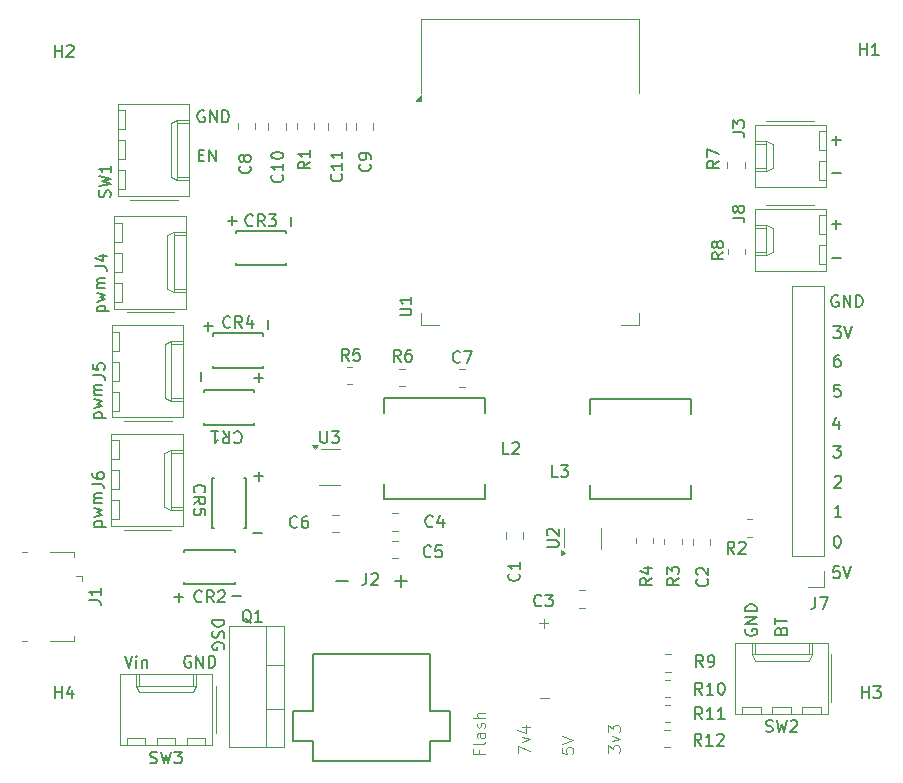
<source format=gbr>
G04 #@! TF.GenerationSoftware,KiCad,Pcbnew,8.0.8*
G04 #@! TF.CreationDate,2025-03-03T11:47:27-06:00*
G04 #@! TF.ProjectId,Group_29_Handheld,47726f75-705f-4323-995f-48616e646865,rev?*
G04 #@! TF.SameCoordinates,Original*
G04 #@! TF.FileFunction,Legend,Top*
G04 #@! TF.FilePolarity,Positive*
%FSLAX46Y46*%
G04 Gerber Fmt 4.6, Leading zero omitted, Abs format (unit mm)*
G04 Created by KiCad (PCBNEW 8.0.8) date 2025-03-03 11:47:27*
%MOMM*%
%LPD*%
G01*
G04 APERTURE LIST*
%ADD10C,0.100000*%
%ADD11C,0.150000*%
%ADD12C,0.120000*%
%ADD13C,0.152400*%
%ADD14C,0.127000*%
G04 APERTURE END LIST*
D10*
X142289884Y-74357966D02*
X143051789Y-74357966D01*
X142670836Y-74738919D02*
X142670836Y-73977014D01*
X142353384Y-80707966D02*
X143115289Y-80707966D01*
D11*
X142925320Y-67922903D02*
X143734843Y-67922903D01*
X143734843Y-67922903D02*
X143830081Y-67875284D01*
X143830081Y-67875284D02*
X143877701Y-67827665D01*
X143877701Y-67827665D02*
X143925320Y-67732427D01*
X143925320Y-67732427D02*
X143925320Y-67541951D01*
X143925320Y-67541951D02*
X143877701Y-67446713D01*
X143877701Y-67446713D02*
X143830081Y-67399094D01*
X143830081Y-67399094D02*
X143734843Y-67351475D01*
X143734843Y-67351475D02*
X142925320Y-67351475D01*
X143020558Y-66922903D02*
X142972939Y-66875284D01*
X142972939Y-66875284D02*
X142925320Y-66780046D01*
X142925320Y-66780046D02*
X142925320Y-66541951D01*
X142925320Y-66541951D02*
X142972939Y-66446713D01*
X142972939Y-66446713D02*
X143020558Y-66399094D01*
X143020558Y-66399094D02*
X143115796Y-66351475D01*
X143115796Y-66351475D02*
X143211034Y-66351475D01*
X143211034Y-66351475D02*
X143353891Y-66399094D01*
X143353891Y-66399094D02*
X143925320Y-66970522D01*
X143925320Y-66970522D02*
X143925320Y-66351475D01*
X123761595Y-58091819D02*
X123761595Y-58901342D01*
X123761595Y-58901342D02*
X123809214Y-58996580D01*
X123809214Y-58996580D02*
X123856833Y-59044200D01*
X123856833Y-59044200D02*
X123952071Y-59091819D01*
X123952071Y-59091819D02*
X124142547Y-59091819D01*
X124142547Y-59091819D02*
X124237785Y-59044200D01*
X124237785Y-59044200D02*
X124285404Y-58996580D01*
X124285404Y-58996580D02*
X124333023Y-58901342D01*
X124333023Y-58901342D02*
X124333023Y-58091819D01*
X124713976Y-58091819D02*
X125333023Y-58091819D01*
X125333023Y-58091819D02*
X124999690Y-58472771D01*
X124999690Y-58472771D02*
X125142547Y-58472771D01*
X125142547Y-58472771D02*
X125237785Y-58520390D01*
X125237785Y-58520390D02*
X125285404Y-58568009D01*
X125285404Y-58568009D02*
X125333023Y-58663247D01*
X125333023Y-58663247D02*
X125333023Y-58901342D01*
X125333023Y-58901342D02*
X125285404Y-58996580D01*
X125285404Y-58996580D02*
X125237785Y-59044200D01*
X125237785Y-59044200D02*
X125142547Y-59091819D01*
X125142547Y-59091819D02*
X124856833Y-59091819D01*
X124856833Y-59091819D02*
X124761595Y-59044200D01*
X124761595Y-59044200D02*
X124713976Y-58996580D01*
X122882819Y-35282166D02*
X122406628Y-35615499D01*
X122882819Y-35853594D02*
X121882819Y-35853594D01*
X121882819Y-35853594D02*
X121882819Y-35472642D01*
X121882819Y-35472642D02*
X121930438Y-35377404D01*
X121930438Y-35377404D02*
X121978057Y-35329785D01*
X121978057Y-35329785D02*
X122073295Y-35282166D01*
X122073295Y-35282166D02*
X122216152Y-35282166D01*
X122216152Y-35282166D02*
X122311390Y-35329785D01*
X122311390Y-35329785D02*
X122359009Y-35377404D01*
X122359009Y-35377404D02*
X122406628Y-35472642D01*
X122406628Y-35472642D02*
X122406628Y-35853594D01*
X122882819Y-34329785D02*
X122882819Y-34901213D01*
X122882819Y-34615499D02*
X121882819Y-34615499D01*
X121882819Y-34615499D02*
X122025676Y-34710737D01*
X122025676Y-34710737D02*
X122120914Y-34805975D01*
X122120914Y-34805975D02*
X122168533Y-34901213D01*
X157871319Y-42965666D02*
X157395128Y-43298999D01*
X157871319Y-43537094D02*
X156871319Y-43537094D01*
X156871319Y-43537094D02*
X156871319Y-43156142D01*
X156871319Y-43156142D02*
X156918938Y-43060904D01*
X156918938Y-43060904D02*
X156966557Y-43013285D01*
X156966557Y-43013285D02*
X157061795Y-42965666D01*
X157061795Y-42965666D02*
X157204652Y-42965666D01*
X157204652Y-42965666D02*
X157299890Y-43013285D01*
X157299890Y-43013285D02*
X157347509Y-43060904D01*
X157347509Y-43060904D02*
X157395128Y-43156142D01*
X157395128Y-43156142D02*
X157395128Y-43537094D01*
X157299890Y-42394237D02*
X157252271Y-42489475D01*
X157252271Y-42489475D02*
X157204652Y-42537094D01*
X157204652Y-42537094D02*
X157109414Y-42584713D01*
X157109414Y-42584713D02*
X157061795Y-42584713D01*
X157061795Y-42584713D02*
X156966557Y-42537094D01*
X156966557Y-42537094D02*
X156918938Y-42489475D01*
X156918938Y-42489475D02*
X156871319Y-42394237D01*
X156871319Y-42394237D02*
X156871319Y-42203761D01*
X156871319Y-42203761D02*
X156918938Y-42108523D01*
X156918938Y-42108523D02*
X156966557Y-42060904D01*
X156966557Y-42060904D02*
X157061795Y-42013285D01*
X157061795Y-42013285D02*
X157109414Y-42013285D01*
X157109414Y-42013285D02*
X157204652Y-42060904D01*
X157204652Y-42060904D02*
X157252271Y-42108523D01*
X157252271Y-42108523D02*
X157299890Y-42203761D01*
X157299890Y-42203761D02*
X157299890Y-42394237D01*
X157299890Y-42394237D02*
X157347509Y-42489475D01*
X157347509Y-42489475D02*
X157395128Y-42537094D01*
X157395128Y-42537094D02*
X157490366Y-42584713D01*
X157490366Y-42584713D02*
X157680842Y-42584713D01*
X157680842Y-42584713D02*
X157776080Y-42537094D01*
X157776080Y-42537094D02*
X157823700Y-42489475D01*
X157823700Y-42489475D02*
X157871319Y-42394237D01*
X157871319Y-42394237D02*
X157871319Y-42203761D01*
X157871319Y-42203761D02*
X157823700Y-42108523D01*
X157823700Y-42108523D02*
X157776080Y-42060904D01*
X157776080Y-42060904D02*
X157680842Y-42013285D01*
X157680842Y-42013285D02*
X157490366Y-42013285D01*
X157490366Y-42013285D02*
X157395128Y-42060904D01*
X157395128Y-42060904D02*
X157347509Y-42108523D01*
X157347509Y-42108523D02*
X157299890Y-42203761D01*
D10*
X140490919Y-85391475D02*
X140490919Y-84724809D01*
X140490919Y-84724809D02*
X141490919Y-85153380D01*
X140824252Y-84439094D02*
X141490919Y-84200999D01*
X141490919Y-84200999D02*
X140824252Y-83962904D01*
X140824252Y-83153380D02*
X141490919Y-83153380D01*
X140443300Y-83391475D02*
X141157585Y-83629570D01*
X141157585Y-83629570D02*
X141157585Y-83010523D01*
D11*
X156075142Y-80401319D02*
X155741809Y-79925128D01*
X155503714Y-80401319D02*
X155503714Y-79401319D01*
X155503714Y-79401319D02*
X155884666Y-79401319D01*
X155884666Y-79401319D02*
X155979904Y-79448938D01*
X155979904Y-79448938D02*
X156027523Y-79496557D01*
X156027523Y-79496557D02*
X156075142Y-79591795D01*
X156075142Y-79591795D02*
X156075142Y-79734652D01*
X156075142Y-79734652D02*
X156027523Y-79829890D01*
X156027523Y-79829890D02*
X155979904Y-79877509D01*
X155979904Y-79877509D02*
X155884666Y-79925128D01*
X155884666Y-79925128D02*
X155503714Y-79925128D01*
X157027523Y-80401319D02*
X156456095Y-80401319D01*
X156741809Y-80401319D02*
X156741809Y-79401319D01*
X156741809Y-79401319D02*
X156646571Y-79544176D01*
X156646571Y-79544176D02*
X156551333Y-79639414D01*
X156551333Y-79639414D02*
X156456095Y-79687033D01*
X157646571Y-79401319D02*
X157741809Y-79401319D01*
X157741809Y-79401319D02*
X157837047Y-79448938D01*
X157837047Y-79448938D02*
X157884666Y-79496557D01*
X157884666Y-79496557D02*
X157932285Y-79591795D01*
X157932285Y-79591795D02*
X157979904Y-79782271D01*
X157979904Y-79782271D02*
X157979904Y-80020366D01*
X157979904Y-80020366D02*
X157932285Y-80210842D01*
X157932285Y-80210842D02*
X157884666Y-80306080D01*
X157884666Y-80306080D02*
X157837047Y-80353700D01*
X157837047Y-80353700D02*
X157741809Y-80401319D01*
X157741809Y-80401319D02*
X157646571Y-80401319D01*
X157646571Y-80401319D02*
X157551333Y-80353700D01*
X157551333Y-80353700D02*
X157503714Y-80306080D01*
X157503714Y-80306080D02*
X157456095Y-80210842D01*
X157456095Y-80210842D02*
X157408476Y-80020366D01*
X157408476Y-80020366D02*
X157408476Y-79782271D01*
X157408476Y-79782271D02*
X157456095Y-79591795D01*
X157456095Y-79591795D02*
X157503714Y-79496557D01*
X157503714Y-79496557D02*
X157551333Y-79448938D01*
X157551333Y-79448938D02*
X157646571Y-79401319D01*
X157490319Y-35218666D02*
X157014128Y-35551999D01*
X157490319Y-35790094D02*
X156490319Y-35790094D01*
X156490319Y-35790094D02*
X156490319Y-35409142D01*
X156490319Y-35409142D02*
X156537938Y-35313904D01*
X156537938Y-35313904D02*
X156585557Y-35266285D01*
X156585557Y-35266285D02*
X156680795Y-35218666D01*
X156680795Y-35218666D02*
X156823652Y-35218666D01*
X156823652Y-35218666D02*
X156918890Y-35266285D01*
X156918890Y-35266285D02*
X156966509Y-35313904D01*
X156966509Y-35313904D02*
X157014128Y-35409142D01*
X157014128Y-35409142D02*
X157014128Y-35790094D01*
X156490319Y-34885332D02*
X156490319Y-34218666D01*
X156490319Y-34218666D02*
X157490319Y-34647237D01*
X105951700Y-38290332D02*
X105999319Y-38147475D01*
X105999319Y-38147475D02*
X105999319Y-37909380D01*
X105999319Y-37909380D02*
X105951700Y-37814142D01*
X105951700Y-37814142D02*
X105904080Y-37766523D01*
X105904080Y-37766523D02*
X105808842Y-37718904D01*
X105808842Y-37718904D02*
X105713604Y-37718904D01*
X105713604Y-37718904D02*
X105618366Y-37766523D01*
X105618366Y-37766523D02*
X105570747Y-37814142D01*
X105570747Y-37814142D02*
X105523128Y-37909380D01*
X105523128Y-37909380D02*
X105475509Y-38099856D01*
X105475509Y-38099856D02*
X105427890Y-38195094D01*
X105427890Y-38195094D02*
X105380271Y-38242713D01*
X105380271Y-38242713D02*
X105285033Y-38290332D01*
X105285033Y-38290332D02*
X105189795Y-38290332D01*
X105189795Y-38290332D02*
X105094557Y-38242713D01*
X105094557Y-38242713D02*
X105046938Y-38195094D01*
X105046938Y-38195094D02*
X104999319Y-38099856D01*
X104999319Y-38099856D02*
X104999319Y-37861761D01*
X104999319Y-37861761D02*
X105046938Y-37718904D01*
X104999319Y-37385570D02*
X105999319Y-37147475D01*
X105999319Y-37147475D02*
X105285033Y-36956999D01*
X105285033Y-36956999D02*
X105999319Y-36766523D01*
X105999319Y-36766523D02*
X104999319Y-36528428D01*
X105999319Y-35623666D02*
X105999319Y-36195094D01*
X105999319Y-35909380D02*
X104999319Y-35909380D01*
X104999319Y-35909380D02*
X105142176Y-36004618D01*
X105142176Y-36004618D02*
X105237414Y-36099856D01*
X105237414Y-36099856D02*
X105285033Y-36195094D01*
X113919095Y-30998438D02*
X113823857Y-30950819D01*
X113823857Y-30950819D02*
X113681000Y-30950819D01*
X113681000Y-30950819D02*
X113538143Y-30998438D01*
X113538143Y-30998438D02*
X113442905Y-31093676D01*
X113442905Y-31093676D02*
X113395286Y-31188914D01*
X113395286Y-31188914D02*
X113347667Y-31379390D01*
X113347667Y-31379390D02*
X113347667Y-31522247D01*
X113347667Y-31522247D02*
X113395286Y-31712723D01*
X113395286Y-31712723D02*
X113442905Y-31807961D01*
X113442905Y-31807961D02*
X113538143Y-31903200D01*
X113538143Y-31903200D02*
X113681000Y-31950819D01*
X113681000Y-31950819D02*
X113776238Y-31950819D01*
X113776238Y-31950819D02*
X113919095Y-31903200D01*
X113919095Y-31903200D02*
X113966714Y-31855580D01*
X113966714Y-31855580D02*
X113966714Y-31522247D01*
X113966714Y-31522247D02*
X113776238Y-31522247D01*
X114395286Y-31950819D02*
X114395286Y-30950819D01*
X114395286Y-30950819D02*
X114966714Y-31950819D01*
X114966714Y-31950819D02*
X114966714Y-30950819D01*
X115442905Y-31950819D02*
X115442905Y-30950819D01*
X115442905Y-30950819D02*
X115681000Y-30950819D01*
X115681000Y-30950819D02*
X115823857Y-30998438D01*
X115823857Y-30998438D02*
X115919095Y-31093676D01*
X115919095Y-31093676D02*
X115966714Y-31188914D01*
X115966714Y-31188914D02*
X116014333Y-31379390D01*
X116014333Y-31379390D02*
X116014333Y-31522247D01*
X116014333Y-31522247D02*
X115966714Y-31712723D01*
X115966714Y-31712723D02*
X115919095Y-31807961D01*
X115919095Y-31807961D02*
X115823857Y-31903200D01*
X115823857Y-31903200D02*
X115681000Y-31950819D01*
X115681000Y-31950819D02*
X115442905Y-31950819D01*
X113461905Y-34731009D02*
X113795238Y-34731009D01*
X113938095Y-35254819D02*
X113461905Y-35254819D01*
X113461905Y-35254819D02*
X113461905Y-34254819D01*
X113461905Y-34254819D02*
X113938095Y-34254819D01*
X114366667Y-35254819D02*
X114366667Y-34254819D01*
X114366667Y-34254819D02*
X114938095Y-35254819D01*
X114938095Y-35254819D02*
X114938095Y-34254819D01*
X126160333Y-52140319D02*
X125827000Y-51664128D01*
X125588905Y-52140319D02*
X125588905Y-51140319D01*
X125588905Y-51140319D02*
X125969857Y-51140319D01*
X125969857Y-51140319D02*
X126065095Y-51187938D01*
X126065095Y-51187938D02*
X126112714Y-51235557D01*
X126112714Y-51235557D02*
X126160333Y-51330795D01*
X126160333Y-51330795D02*
X126160333Y-51473652D01*
X126160333Y-51473652D02*
X126112714Y-51568890D01*
X126112714Y-51568890D02*
X126065095Y-51616509D01*
X126065095Y-51616509D02*
X125969857Y-51664128D01*
X125969857Y-51664128D02*
X125588905Y-51664128D01*
X127065095Y-51140319D02*
X126588905Y-51140319D01*
X126588905Y-51140319D02*
X126541286Y-51616509D01*
X126541286Y-51616509D02*
X126588905Y-51568890D01*
X126588905Y-51568890D02*
X126684143Y-51521271D01*
X126684143Y-51521271D02*
X126922238Y-51521271D01*
X126922238Y-51521271D02*
X127017476Y-51568890D01*
X127017476Y-51568890D02*
X127065095Y-51616509D01*
X127065095Y-51616509D02*
X127112714Y-51711747D01*
X127112714Y-51711747D02*
X127112714Y-51949842D01*
X127112714Y-51949842D02*
X127065095Y-52045080D01*
X127065095Y-52045080D02*
X127017476Y-52092700D01*
X127017476Y-52092700D02*
X126922238Y-52140319D01*
X126922238Y-52140319D02*
X126684143Y-52140319D01*
X126684143Y-52140319D02*
X126588905Y-52092700D01*
X126588905Y-52092700D02*
X126541286Y-52045080D01*
X169438095Y-26254819D02*
X169438095Y-25254819D01*
X169438095Y-25731009D02*
X170009523Y-25731009D01*
X170009523Y-26254819D02*
X170009523Y-25254819D01*
X171009523Y-26254819D02*
X170438095Y-26254819D01*
X170723809Y-26254819D02*
X170723809Y-25254819D01*
X170723809Y-25254819D02*
X170628571Y-25397676D01*
X170628571Y-25397676D02*
X170533333Y-25492914D01*
X170533333Y-25492914D02*
X170438095Y-25540533D01*
X125518080Y-36329857D02*
X125565700Y-36377476D01*
X125565700Y-36377476D02*
X125613319Y-36520333D01*
X125613319Y-36520333D02*
X125613319Y-36615571D01*
X125613319Y-36615571D02*
X125565700Y-36758428D01*
X125565700Y-36758428D02*
X125470461Y-36853666D01*
X125470461Y-36853666D02*
X125375223Y-36901285D01*
X125375223Y-36901285D02*
X125184747Y-36948904D01*
X125184747Y-36948904D02*
X125041890Y-36948904D01*
X125041890Y-36948904D02*
X124851414Y-36901285D01*
X124851414Y-36901285D02*
X124756176Y-36853666D01*
X124756176Y-36853666D02*
X124660938Y-36758428D01*
X124660938Y-36758428D02*
X124613319Y-36615571D01*
X124613319Y-36615571D02*
X124613319Y-36520333D01*
X124613319Y-36520333D02*
X124660938Y-36377476D01*
X124660938Y-36377476D02*
X124708557Y-36329857D01*
X125613319Y-35377476D02*
X125613319Y-35948904D01*
X125613319Y-35663190D02*
X124613319Y-35663190D01*
X124613319Y-35663190D02*
X124756176Y-35758428D01*
X124756176Y-35758428D02*
X124851414Y-35853666D01*
X124851414Y-35853666D02*
X124899033Y-35948904D01*
X125613319Y-34425095D02*
X125613319Y-34996523D01*
X125613319Y-34710809D02*
X124613319Y-34710809D01*
X124613319Y-34710809D02*
X124756176Y-34806047D01*
X124756176Y-34806047D02*
X124851414Y-34901285D01*
X124851414Y-34901285D02*
X124899033Y-34996523D01*
X158649319Y-40020833D02*
X159363604Y-40020833D01*
X159363604Y-40020833D02*
X159506461Y-40068452D01*
X159506461Y-40068452D02*
X159601700Y-40163690D01*
X159601700Y-40163690D02*
X159649319Y-40306547D01*
X159649319Y-40306547D02*
X159649319Y-40401785D01*
X159077890Y-39401785D02*
X159030271Y-39497023D01*
X159030271Y-39497023D02*
X158982652Y-39544642D01*
X158982652Y-39544642D02*
X158887414Y-39592261D01*
X158887414Y-39592261D02*
X158839795Y-39592261D01*
X158839795Y-39592261D02*
X158744557Y-39544642D01*
X158744557Y-39544642D02*
X158696938Y-39497023D01*
X158696938Y-39497023D02*
X158649319Y-39401785D01*
X158649319Y-39401785D02*
X158649319Y-39211309D01*
X158649319Y-39211309D02*
X158696938Y-39116071D01*
X158696938Y-39116071D02*
X158744557Y-39068452D01*
X158744557Y-39068452D02*
X158839795Y-39020833D01*
X158839795Y-39020833D02*
X158887414Y-39020833D01*
X158887414Y-39020833D02*
X158982652Y-39068452D01*
X158982652Y-39068452D02*
X159030271Y-39116071D01*
X159030271Y-39116071D02*
X159077890Y-39211309D01*
X159077890Y-39211309D02*
X159077890Y-39401785D01*
X159077890Y-39401785D02*
X159125509Y-39497023D01*
X159125509Y-39497023D02*
X159173128Y-39544642D01*
X159173128Y-39544642D02*
X159268366Y-39592261D01*
X159268366Y-39592261D02*
X159458842Y-39592261D01*
X159458842Y-39592261D02*
X159554080Y-39544642D01*
X159554080Y-39544642D02*
X159601700Y-39497023D01*
X159601700Y-39497023D02*
X159649319Y-39401785D01*
X159649319Y-39401785D02*
X159649319Y-39211309D01*
X159649319Y-39211309D02*
X159601700Y-39116071D01*
X159601700Y-39116071D02*
X159554080Y-39068452D01*
X159554080Y-39068452D02*
X159458842Y-39020833D01*
X159458842Y-39020833D02*
X159268366Y-39020833D01*
X159268366Y-39020833D02*
X159173128Y-39068452D01*
X159173128Y-39068452D02*
X159125509Y-39116071D01*
X159125509Y-39116071D02*
X159077890Y-39211309D01*
X167068548Y-40586866D02*
X167830453Y-40586866D01*
X167449500Y-40967819D02*
X167449500Y-40205914D01*
X167068548Y-43444366D02*
X167830453Y-43444366D01*
X133119833Y-68685580D02*
X133072214Y-68733200D01*
X133072214Y-68733200D02*
X132929357Y-68780819D01*
X132929357Y-68780819D02*
X132834119Y-68780819D01*
X132834119Y-68780819D02*
X132691262Y-68733200D01*
X132691262Y-68733200D02*
X132596024Y-68637961D01*
X132596024Y-68637961D02*
X132548405Y-68542723D01*
X132548405Y-68542723D02*
X132500786Y-68352247D01*
X132500786Y-68352247D02*
X132500786Y-68209390D01*
X132500786Y-68209390D02*
X132548405Y-68018914D01*
X132548405Y-68018914D02*
X132596024Y-67923676D01*
X132596024Y-67923676D02*
X132691262Y-67828438D01*
X132691262Y-67828438D02*
X132834119Y-67780819D01*
X132834119Y-67780819D02*
X132929357Y-67780819D01*
X132929357Y-67780819D02*
X133072214Y-67828438D01*
X133072214Y-67828438D02*
X133119833Y-67876057D01*
X134024595Y-67780819D02*
X133548405Y-67780819D01*
X133548405Y-67780819D02*
X133500786Y-68257009D01*
X133500786Y-68257009D02*
X133548405Y-68209390D01*
X133548405Y-68209390D02*
X133643643Y-68161771D01*
X133643643Y-68161771D02*
X133881738Y-68161771D01*
X133881738Y-68161771D02*
X133976976Y-68209390D01*
X133976976Y-68209390D02*
X134024595Y-68257009D01*
X134024595Y-68257009D02*
X134072214Y-68352247D01*
X134072214Y-68352247D02*
X134072214Y-68590342D01*
X134072214Y-68590342D02*
X134024595Y-68685580D01*
X134024595Y-68685580D02*
X133976976Y-68733200D01*
X133976976Y-68733200D02*
X133881738Y-68780819D01*
X133881738Y-68780819D02*
X133643643Y-68780819D01*
X133643643Y-68780819D02*
X133548405Y-68733200D01*
X133548405Y-68733200D02*
X133500786Y-68685580D01*
X139723833Y-60017819D02*
X139247643Y-60017819D01*
X139247643Y-60017819D02*
X139247643Y-59017819D01*
X140009548Y-59113057D02*
X140057167Y-59065438D01*
X140057167Y-59065438D02*
X140152405Y-59017819D01*
X140152405Y-59017819D02*
X140390500Y-59017819D01*
X140390500Y-59017819D02*
X140485738Y-59065438D01*
X140485738Y-59065438D02*
X140533357Y-59113057D01*
X140533357Y-59113057D02*
X140580976Y-59208295D01*
X140580976Y-59208295D02*
X140580976Y-59303533D01*
X140580976Y-59303533D02*
X140533357Y-59446390D01*
X140533357Y-59446390D02*
X139961929Y-60017819D01*
X139961929Y-60017819D02*
X140580976Y-60017819D01*
X120501580Y-36393357D02*
X120549200Y-36440976D01*
X120549200Y-36440976D02*
X120596819Y-36583833D01*
X120596819Y-36583833D02*
X120596819Y-36679071D01*
X120596819Y-36679071D02*
X120549200Y-36821928D01*
X120549200Y-36821928D02*
X120453961Y-36917166D01*
X120453961Y-36917166D02*
X120358723Y-36964785D01*
X120358723Y-36964785D02*
X120168247Y-37012404D01*
X120168247Y-37012404D02*
X120025390Y-37012404D01*
X120025390Y-37012404D02*
X119834914Y-36964785D01*
X119834914Y-36964785D02*
X119739676Y-36917166D01*
X119739676Y-36917166D02*
X119644438Y-36821928D01*
X119644438Y-36821928D02*
X119596819Y-36679071D01*
X119596819Y-36679071D02*
X119596819Y-36583833D01*
X119596819Y-36583833D02*
X119644438Y-36440976D01*
X119644438Y-36440976D02*
X119692057Y-36393357D01*
X120596819Y-35440976D02*
X120596819Y-36012404D01*
X120596819Y-35726690D02*
X119596819Y-35726690D01*
X119596819Y-35726690D02*
X119739676Y-35821928D01*
X119739676Y-35821928D02*
X119834914Y-35917166D01*
X119834914Y-35917166D02*
X119882533Y-36012404D01*
X119596819Y-34821928D02*
X119596819Y-34726690D01*
X119596819Y-34726690D02*
X119644438Y-34631452D01*
X119644438Y-34631452D02*
X119692057Y-34583833D01*
X119692057Y-34583833D02*
X119787295Y-34536214D01*
X119787295Y-34536214D02*
X119977771Y-34488595D01*
X119977771Y-34488595D02*
X120215866Y-34488595D01*
X120215866Y-34488595D02*
X120406342Y-34536214D01*
X120406342Y-34536214D02*
X120501580Y-34583833D01*
X120501580Y-34583833D02*
X120549200Y-34631452D01*
X120549200Y-34631452D02*
X120596819Y-34726690D01*
X120596819Y-34726690D02*
X120596819Y-34821928D01*
X120596819Y-34821928D02*
X120549200Y-34917166D01*
X120549200Y-34917166D02*
X120501580Y-34964785D01*
X120501580Y-34964785D02*
X120406342Y-35012404D01*
X120406342Y-35012404D02*
X120215866Y-35060023D01*
X120215866Y-35060023D02*
X119977771Y-35060023D01*
X119977771Y-35060023D02*
X119787295Y-35012404D01*
X119787295Y-35012404D02*
X119692057Y-34964785D01*
X119692057Y-34964785D02*
X119644438Y-34917166D01*
X119644438Y-34917166D02*
X119596819Y-34821928D01*
X104427819Y-62563333D02*
X105142104Y-62563333D01*
X105142104Y-62563333D02*
X105284961Y-62610952D01*
X105284961Y-62610952D02*
X105380200Y-62706190D01*
X105380200Y-62706190D02*
X105427819Y-62849047D01*
X105427819Y-62849047D02*
X105427819Y-62944285D01*
X104427819Y-61658571D02*
X104427819Y-61849047D01*
X104427819Y-61849047D02*
X104475438Y-61944285D01*
X104475438Y-61944285D02*
X104523057Y-61991904D01*
X104523057Y-61991904D02*
X104665914Y-62087142D01*
X104665914Y-62087142D02*
X104856390Y-62134761D01*
X104856390Y-62134761D02*
X105237342Y-62134761D01*
X105237342Y-62134761D02*
X105332580Y-62087142D01*
X105332580Y-62087142D02*
X105380200Y-62039523D01*
X105380200Y-62039523D02*
X105427819Y-61944285D01*
X105427819Y-61944285D02*
X105427819Y-61753809D01*
X105427819Y-61753809D02*
X105380200Y-61658571D01*
X105380200Y-61658571D02*
X105332580Y-61610952D01*
X105332580Y-61610952D02*
X105237342Y-61563333D01*
X105237342Y-61563333D02*
X104999247Y-61563333D01*
X104999247Y-61563333D02*
X104904009Y-61610952D01*
X104904009Y-61610952D02*
X104856390Y-61658571D01*
X104856390Y-61658571D02*
X104808771Y-61753809D01*
X104808771Y-61753809D02*
X104808771Y-61944285D01*
X104808771Y-61944285D02*
X104856390Y-62039523D01*
X104856390Y-62039523D02*
X104904009Y-62087142D01*
X104904009Y-62087142D02*
X104999247Y-62134761D01*
X104626652Y-66174761D02*
X105626652Y-66174761D01*
X104674271Y-66174761D02*
X104626652Y-66079523D01*
X104626652Y-66079523D02*
X104626652Y-65889047D01*
X104626652Y-65889047D02*
X104674271Y-65793809D01*
X104674271Y-65793809D02*
X104721890Y-65746190D01*
X104721890Y-65746190D02*
X104817128Y-65698571D01*
X104817128Y-65698571D02*
X105102842Y-65698571D01*
X105102842Y-65698571D02*
X105198080Y-65746190D01*
X105198080Y-65746190D02*
X105245700Y-65793809D01*
X105245700Y-65793809D02*
X105293319Y-65889047D01*
X105293319Y-65889047D02*
X105293319Y-66079523D01*
X105293319Y-66079523D02*
X105245700Y-66174761D01*
X104626652Y-65365237D02*
X105293319Y-65174761D01*
X105293319Y-65174761D02*
X104817128Y-64984285D01*
X104817128Y-64984285D02*
X105293319Y-64793809D01*
X105293319Y-64793809D02*
X104626652Y-64603333D01*
X105293319Y-64222380D02*
X104626652Y-64222380D01*
X104721890Y-64222380D02*
X104674271Y-64174761D01*
X104674271Y-64174761D02*
X104626652Y-64079523D01*
X104626652Y-64079523D02*
X104626652Y-63936666D01*
X104626652Y-63936666D02*
X104674271Y-63841428D01*
X104674271Y-63841428D02*
X104769509Y-63793809D01*
X104769509Y-63793809D02*
X105293319Y-63793809D01*
X104769509Y-63793809D02*
X104674271Y-63746190D01*
X104674271Y-63746190D02*
X104626652Y-63650952D01*
X104626652Y-63650952D02*
X104626652Y-63508095D01*
X104626652Y-63508095D02*
X104674271Y-63412856D01*
X104674271Y-63412856D02*
X104769509Y-63365237D01*
X104769509Y-63365237D02*
X105293319Y-63365237D01*
D10*
X148110919Y-85327975D02*
X148110919Y-84708928D01*
X148110919Y-84708928D02*
X148491871Y-85042261D01*
X148491871Y-85042261D02*
X148491871Y-84899404D01*
X148491871Y-84899404D02*
X148539490Y-84804166D01*
X148539490Y-84804166D02*
X148587109Y-84756547D01*
X148587109Y-84756547D02*
X148682347Y-84708928D01*
X148682347Y-84708928D02*
X148920442Y-84708928D01*
X148920442Y-84708928D02*
X149015680Y-84756547D01*
X149015680Y-84756547D02*
X149063300Y-84804166D01*
X149063300Y-84804166D02*
X149110919Y-84899404D01*
X149110919Y-84899404D02*
X149110919Y-85185118D01*
X149110919Y-85185118D02*
X149063300Y-85280356D01*
X149063300Y-85280356D02*
X149015680Y-85327975D01*
X148444252Y-84375594D02*
X149110919Y-84137499D01*
X149110919Y-84137499D02*
X148444252Y-83899404D01*
X148110919Y-83613689D02*
X148110919Y-82994642D01*
X148110919Y-82994642D02*
X148491871Y-83327975D01*
X148491871Y-83327975D02*
X148491871Y-83185118D01*
X148491871Y-83185118D02*
X148539490Y-83089880D01*
X148539490Y-83089880D02*
X148587109Y-83042261D01*
X148587109Y-83042261D02*
X148682347Y-82994642D01*
X148682347Y-82994642D02*
X148920442Y-82994642D01*
X148920442Y-82994642D02*
X149015680Y-83042261D01*
X149015680Y-83042261D02*
X149063300Y-83089880D01*
X149063300Y-83089880D02*
X149110919Y-83185118D01*
X149110919Y-83185118D02*
X149110919Y-83470832D01*
X149110919Y-83470832D02*
X149063300Y-83566070D01*
X149063300Y-83566070D02*
X149015680Y-83613689D01*
D11*
X101282595Y-26417319D02*
X101282595Y-25417319D01*
X101282595Y-25893509D02*
X101854023Y-25893509D01*
X101854023Y-26417319D02*
X101854023Y-25417319D01*
X102282595Y-25512557D02*
X102330214Y-25464938D01*
X102330214Y-25464938D02*
X102425452Y-25417319D01*
X102425452Y-25417319D02*
X102663547Y-25417319D01*
X102663547Y-25417319D02*
X102758785Y-25464938D01*
X102758785Y-25464938D02*
X102806404Y-25512557D01*
X102806404Y-25512557D02*
X102854023Y-25607795D01*
X102854023Y-25607795D02*
X102854023Y-25703033D01*
X102854023Y-25703033D02*
X102806404Y-25845890D01*
X102806404Y-25845890D02*
X102234976Y-26417319D01*
X102234976Y-26417319D02*
X102854023Y-26417319D01*
X104681819Y-44148333D02*
X105396104Y-44148333D01*
X105396104Y-44148333D02*
X105538961Y-44195952D01*
X105538961Y-44195952D02*
X105634200Y-44291190D01*
X105634200Y-44291190D02*
X105681819Y-44434047D01*
X105681819Y-44434047D02*
X105681819Y-44529285D01*
X105015152Y-43243571D02*
X105681819Y-43243571D01*
X104634200Y-43481666D02*
X105348485Y-43719761D01*
X105348485Y-43719761D02*
X105348485Y-43100714D01*
X104880652Y-47950261D02*
X105880652Y-47950261D01*
X104928271Y-47950261D02*
X104880652Y-47855023D01*
X104880652Y-47855023D02*
X104880652Y-47664547D01*
X104880652Y-47664547D02*
X104928271Y-47569309D01*
X104928271Y-47569309D02*
X104975890Y-47521690D01*
X104975890Y-47521690D02*
X105071128Y-47474071D01*
X105071128Y-47474071D02*
X105356842Y-47474071D01*
X105356842Y-47474071D02*
X105452080Y-47521690D01*
X105452080Y-47521690D02*
X105499700Y-47569309D01*
X105499700Y-47569309D02*
X105547319Y-47664547D01*
X105547319Y-47664547D02*
X105547319Y-47855023D01*
X105547319Y-47855023D02*
X105499700Y-47950261D01*
X104880652Y-47140737D02*
X105547319Y-46950261D01*
X105547319Y-46950261D02*
X105071128Y-46759785D01*
X105071128Y-46759785D02*
X105547319Y-46569309D01*
X105547319Y-46569309D02*
X104880652Y-46378833D01*
X105547319Y-45997880D02*
X104880652Y-45997880D01*
X104975890Y-45997880D02*
X104928271Y-45950261D01*
X104928271Y-45950261D02*
X104880652Y-45855023D01*
X104880652Y-45855023D02*
X104880652Y-45712166D01*
X104880652Y-45712166D02*
X104928271Y-45616928D01*
X104928271Y-45616928D02*
X105023509Y-45569309D01*
X105023509Y-45569309D02*
X105547319Y-45569309D01*
X105023509Y-45569309D02*
X104928271Y-45521690D01*
X104928271Y-45521690D02*
X104880652Y-45426452D01*
X104880652Y-45426452D02*
X104880652Y-45283595D01*
X104880652Y-45283595D02*
X104928271Y-45188356D01*
X104928271Y-45188356D02*
X105023509Y-45140737D01*
X105023509Y-45140737D02*
X105547319Y-45140737D01*
X133267333Y-66145580D02*
X133219714Y-66193200D01*
X133219714Y-66193200D02*
X133076857Y-66240819D01*
X133076857Y-66240819D02*
X132981619Y-66240819D01*
X132981619Y-66240819D02*
X132838762Y-66193200D01*
X132838762Y-66193200D02*
X132743524Y-66097961D01*
X132743524Y-66097961D02*
X132695905Y-66002723D01*
X132695905Y-66002723D02*
X132648286Y-65812247D01*
X132648286Y-65812247D02*
X132648286Y-65669390D01*
X132648286Y-65669390D02*
X132695905Y-65478914D01*
X132695905Y-65478914D02*
X132743524Y-65383676D01*
X132743524Y-65383676D02*
X132838762Y-65288438D01*
X132838762Y-65288438D02*
X132981619Y-65240819D01*
X132981619Y-65240819D02*
X133076857Y-65240819D01*
X133076857Y-65240819D02*
X133219714Y-65288438D01*
X133219714Y-65288438D02*
X133267333Y-65336057D01*
X134124476Y-65574152D02*
X134124476Y-66240819D01*
X133886381Y-65193200D02*
X133648286Y-65907485D01*
X133648286Y-65907485D02*
X134267333Y-65907485D01*
X156075142Y-82496819D02*
X155741809Y-82020628D01*
X155503714Y-82496819D02*
X155503714Y-81496819D01*
X155503714Y-81496819D02*
X155884666Y-81496819D01*
X155884666Y-81496819D02*
X155979904Y-81544438D01*
X155979904Y-81544438D02*
X156027523Y-81592057D01*
X156027523Y-81592057D02*
X156075142Y-81687295D01*
X156075142Y-81687295D02*
X156075142Y-81830152D01*
X156075142Y-81830152D02*
X156027523Y-81925390D01*
X156027523Y-81925390D02*
X155979904Y-81973009D01*
X155979904Y-81973009D02*
X155884666Y-82020628D01*
X155884666Y-82020628D02*
X155503714Y-82020628D01*
X157027523Y-82496819D02*
X156456095Y-82496819D01*
X156741809Y-82496819D02*
X156741809Y-81496819D01*
X156741809Y-81496819D02*
X156646571Y-81639676D01*
X156646571Y-81639676D02*
X156551333Y-81734914D01*
X156551333Y-81734914D02*
X156456095Y-81782533D01*
X157979904Y-82496819D02*
X157408476Y-82496819D01*
X157694190Y-82496819D02*
X157694190Y-81496819D01*
X157694190Y-81496819D02*
X157598952Y-81639676D01*
X157598952Y-81639676D02*
X157503714Y-81734914D01*
X157503714Y-81734914D02*
X157408476Y-81782533D01*
X109347167Y-86188200D02*
X109490024Y-86235819D01*
X109490024Y-86235819D02*
X109728119Y-86235819D01*
X109728119Y-86235819D02*
X109823357Y-86188200D01*
X109823357Y-86188200D02*
X109870976Y-86140580D01*
X109870976Y-86140580D02*
X109918595Y-86045342D01*
X109918595Y-86045342D02*
X109918595Y-85950104D01*
X109918595Y-85950104D02*
X109870976Y-85854866D01*
X109870976Y-85854866D02*
X109823357Y-85807247D01*
X109823357Y-85807247D02*
X109728119Y-85759628D01*
X109728119Y-85759628D02*
X109537643Y-85712009D01*
X109537643Y-85712009D02*
X109442405Y-85664390D01*
X109442405Y-85664390D02*
X109394786Y-85616771D01*
X109394786Y-85616771D02*
X109347167Y-85521533D01*
X109347167Y-85521533D02*
X109347167Y-85426295D01*
X109347167Y-85426295D02*
X109394786Y-85331057D01*
X109394786Y-85331057D02*
X109442405Y-85283438D01*
X109442405Y-85283438D02*
X109537643Y-85235819D01*
X109537643Y-85235819D02*
X109775738Y-85235819D01*
X109775738Y-85235819D02*
X109918595Y-85283438D01*
X110251929Y-85235819D02*
X110490024Y-86235819D01*
X110490024Y-86235819D02*
X110680500Y-85521533D01*
X110680500Y-85521533D02*
X110870976Y-86235819D01*
X110870976Y-86235819D02*
X111109072Y-85235819D01*
X111394786Y-85235819D02*
X112013833Y-85235819D01*
X112013833Y-85235819D02*
X111680500Y-85616771D01*
X111680500Y-85616771D02*
X111823357Y-85616771D01*
X111823357Y-85616771D02*
X111918595Y-85664390D01*
X111918595Y-85664390D02*
X111966214Y-85712009D01*
X111966214Y-85712009D02*
X112013833Y-85807247D01*
X112013833Y-85807247D02*
X112013833Y-86045342D01*
X112013833Y-86045342D02*
X111966214Y-86140580D01*
X111966214Y-86140580D02*
X111918595Y-86188200D01*
X111918595Y-86188200D02*
X111823357Y-86235819D01*
X111823357Y-86235819D02*
X111537643Y-86235819D01*
X111537643Y-86235819D02*
X111442405Y-86188200D01*
X111442405Y-86188200D02*
X111394786Y-86140580D01*
X107180191Y-77115319D02*
X107513524Y-78115319D01*
X107513524Y-78115319D02*
X107846857Y-77115319D01*
X108180191Y-78115319D02*
X108180191Y-77448652D01*
X108180191Y-77115319D02*
X108132572Y-77162938D01*
X108132572Y-77162938D02*
X108180191Y-77210557D01*
X108180191Y-77210557D02*
X108227810Y-77162938D01*
X108227810Y-77162938D02*
X108180191Y-77115319D01*
X108180191Y-77115319D02*
X108180191Y-77210557D01*
X108656381Y-77448652D02*
X108656381Y-78115319D01*
X108656381Y-77543890D02*
X108704000Y-77496271D01*
X108704000Y-77496271D02*
X108799238Y-77448652D01*
X108799238Y-77448652D02*
X108942095Y-77448652D01*
X108942095Y-77448652D02*
X109037333Y-77496271D01*
X109037333Y-77496271D02*
X109084952Y-77591509D01*
X109084952Y-77591509D02*
X109084952Y-78115319D01*
X112776095Y-77162938D02*
X112680857Y-77115319D01*
X112680857Y-77115319D02*
X112538000Y-77115319D01*
X112538000Y-77115319D02*
X112395143Y-77162938D01*
X112395143Y-77162938D02*
X112299905Y-77258176D01*
X112299905Y-77258176D02*
X112252286Y-77353414D01*
X112252286Y-77353414D02*
X112204667Y-77543890D01*
X112204667Y-77543890D02*
X112204667Y-77686747D01*
X112204667Y-77686747D02*
X112252286Y-77877223D01*
X112252286Y-77877223D02*
X112299905Y-77972461D01*
X112299905Y-77972461D02*
X112395143Y-78067700D01*
X112395143Y-78067700D02*
X112538000Y-78115319D01*
X112538000Y-78115319D02*
X112633238Y-78115319D01*
X112633238Y-78115319D02*
X112776095Y-78067700D01*
X112776095Y-78067700D02*
X112823714Y-78020080D01*
X112823714Y-78020080D02*
X112823714Y-77686747D01*
X112823714Y-77686747D02*
X112633238Y-77686747D01*
X113252286Y-78115319D02*
X113252286Y-77115319D01*
X113252286Y-77115319D02*
X113823714Y-78115319D01*
X113823714Y-78115319D02*
X113823714Y-77115319D01*
X114299905Y-78115319D02*
X114299905Y-77115319D01*
X114299905Y-77115319D02*
X114538000Y-77115319D01*
X114538000Y-77115319D02*
X114680857Y-77162938D01*
X114680857Y-77162938D02*
X114776095Y-77258176D01*
X114776095Y-77258176D02*
X114823714Y-77353414D01*
X114823714Y-77353414D02*
X114871333Y-77543890D01*
X114871333Y-77543890D02*
X114871333Y-77686747D01*
X114871333Y-77686747D02*
X114823714Y-77877223D01*
X114823714Y-77877223D02*
X114776095Y-77972461D01*
X114776095Y-77972461D02*
X114680857Y-78067700D01*
X114680857Y-78067700D02*
X114538000Y-78115319D01*
X114538000Y-78115319D02*
X114299905Y-78115319D01*
X116133333Y-49259580D02*
X116085714Y-49307200D01*
X116085714Y-49307200D02*
X115942857Y-49354819D01*
X115942857Y-49354819D02*
X115847619Y-49354819D01*
X115847619Y-49354819D02*
X115704762Y-49307200D01*
X115704762Y-49307200D02*
X115609524Y-49211961D01*
X115609524Y-49211961D02*
X115561905Y-49116723D01*
X115561905Y-49116723D02*
X115514286Y-48926247D01*
X115514286Y-48926247D02*
X115514286Y-48783390D01*
X115514286Y-48783390D02*
X115561905Y-48592914D01*
X115561905Y-48592914D02*
X115609524Y-48497676D01*
X115609524Y-48497676D02*
X115704762Y-48402438D01*
X115704762Y-48402438D02*
X115847619Y-48354819D01*
X115847619Y-48354819D02*
X115942857Y-48354819D01*
X115942857Y-48354819D02*
X116085714Y-48402438D01*
X116085714Y-48402438D02*
X116133333Y-48450057D01*
X117133333Y-49354819D02*
X116800000Y-48878628D01*
X116561905Y-49354819D02*
X116561905Y-48354819D01*
X116561905Y-48354819D02*
X116942857Y-48354819D01*
X116942857Y-48354819D02*
X117038095Y-48402438D01*
X117038095Y-48402438D02*
X117085714Y-48450057D01*
X117085714Y-48450057D02*
X117133333Y-48545295D01*
X117133333Y-48545295D02*
X117133333Y-48688152D01*
X117133333Y-48688152D02*
X117085714Y-48783390D01*
X117085714Y-48783390D02*
X117038095Y-48831009D01*
X117038095Y-48831009D02*
X116942857Y-48878628D01*
X116942857Y-48878628D02*
X116561905Y-48878628D01*
X117990476Y-48688152D02*
X117990476Y-49354819D01*
X117752381Y-48307200D02*
X117514286Y-49021485D01*
X117514286Y-49021485D02*
X118133333Y-49021485D01*
X114249633Y-48819048D02*
X114249633Y-49580953D01*
X113868680Y-49200000D02*
X114630585Y-49200000D01*
X119326133Y-48719048D02*
X119326133Y-49480953D01*
X158649319Y-32781833D02*
X159363604Y-32781833D01*
X159363604Y-32781833D02*
X159506461Y-32829452D01*
X159506461Y-32829452D02*
X159601700Y-32924690D01*
X159601700Y-32924690D02*
X159649319Y-33067547D01*
X159649319Y-33067547D02*
X159649319Y-33162785D01*
X158649319Y-32400880D02*
X158649319Y-31781833D01*
X158649319Y-31781833D02*
X159030271Y-32115166D01*
X159030271Y-32115166D02*
X159030271Y-31972309D01*
X159030271Y-31972309D02*
X159077890Y-31877071D01*
X159077890Y-31877071D02*
X159125509Y-31829452D01*
X159125509Y-31829452D02*
X159220747Y-31781833D01*
X159220747Y-31781833D02*
X159458842Y-31781833D01*
X159458842Y-31781833D02*
X159554080Y-31829452D01*
X159554080Y-31829452D02*
X159601700Y-31877071D01*
X159601700Y-31877071D02*
X159649319Y-31972309D01*
X159649319Y-31972309D02*
X159649319Y-32258023D01*
X159649319Y-32258023D02*
X159601700Y-32353261D01*
X159601700Y-32353261D02*
X159554080Y-32400880D01*
X167068548Y-36205366D02*
X167830453Y-36205366D01*
X167068548Y-33474866D02*
X167830453Y-33474866D01*
X167449500Y-33855819D02*
X167449500Y-33093914D01*
X142473333Y-72850080D02*
X142425714Y-72897700D01*
X142425714Y-72897700D02*
X142282857Y-72945319D01*
X142282857Y-72945319D02*
X142187619Y-72945319D01*
X142187619Y-72945319D02*
X142044762Y-72897700D01*
X142044762Y-72897700D02*
X141949524Y-72802461D01*
X141949524Y-72802461D02*
X141901905Y-72707223D01*
X141901905Y-72707223D02*
X141854286Y-72516747D01*
X141854286Y-72516747D02*
X141854286Y-72373890D01*
X141854286Y-72373890D02*
X141901905Y-72183414D01*
X141901905Y-72183414D02*
X141949524Y-72088176D01*
X141949524Y-72088176D02*
X142044762Y-71992938D01*
X142044762Y-71992938D02*
X142187619Y-71945319D01*
X142187619Y-71945319D02*
X142282857Y-71945319D01*
X142282857Y-71945319D02*
X142425714Y-71992938D01*
X142425714Y-71992938D02*
X142473333Y-72040557D01*
X142806667Y-71945319D02*
X143425714Y-71945319D01*
X143425714Y-71945319D02*
X143092381Y-72326271D01*
X143092381Y-72326271D02*
X143235238Y-72326271D01*
X143235238Y-72326271D02*
X143330476Y-72373890D01*
X143330476Y-72373890D02*
X143378095Y-72421509D01*
X143378095Y-72421509D02*
X143425714Y-72516747D01*
X143425714Y-72516747D02*
X143425714Y-72754842D01*
X143425714Y-72754842D02*
X143378095Y-72850080D01*
X143378095Y-72850080D02*
X143330476Y-72897700D01*
X143330476Y-72897700D02*
X143235238Y-72945319D01*
X143235238Y-72945319D02*
X142949524Y-72945319D01*
X142949524Y-72945319D02*
X142854286Y-72897700D01*
X142854286Y-72897700D02*
X142806667Y-72850080D01*
X151836320Y-70534665D02*
X151360129Y-70867998D01*
X151836320Y-71106093D02*
X150836320Y-71106093D01*
X150836320Y-71106093D02*
X150836320Y-70725141D01*
X150836320Y-70725141D02*
X150883939Y-70629903D01*
X150883939Y-70629903D02*
X150931558Y-70582284D01*
X150931558Y-70582284D02*
X151026796Y-70534665D01*
X151026796Y-70534665D02*
X151169653Y-70534665D01*
X151169653Y-70534665D02*
X151264891Y-70582284D01*
X151264891Y-70582284D02*
X151312510Y-70629903D01*
X151312510Y-70629903D02*
X151360129Y-70725141D01*
X151360129Y-70725141D02*
X151360129Y-71106093D01*
X151169653Y-69677522D02*
X151836320Y-69677522D01*
X150788701Y-69915617D02*
X151502986Y-70153712D01*
X151502986Y-70153712D02*
X151502986Y-69534665D01*
X165655666Y-72162319D02*
X165655666Y-72876604D01*
X165655666Y-72876604D02*
X165608047Y-73019461D01*
X165608047Y-73019461D02*
X165512809Y-73114700D01*
X165512809Y-73114700D02*
X165369952Y-73162319D01*
X165369952Y-73162319D02*
X165274714Y-73162319D01*
X166036619Y-72162319D02*
X166703285Y-72162319D01*
X166703285Y-72162319D02*
X166274714Y-73162319D01*
X167703523Y-69558819D02*
X167227333Y-69558819D01*
X167227333Y-69558819D02*
X167179714Y-70035009D01*
X167179714Y-70035009D02*
X167227333Y-69987390D01*
X167227333Y-69987390D02*
X167322571Y-69939771D01*
X167322571Y-69939771D02*
X167560666Y-69939771D01*
X167560666Y-69939771D02*
X167655904Y-69987390D01*
X167655904Y-69987390D02*
X167703523Y-70035009D01*
X167703523Y-70035009D02*
X167751142Y-70130247D01*
X167751142Y-70130247D02*
X167751142Y-70368342D01*
X167751142Y-70368342D02*
X167703523Y-70463580D01*
X167703523Y-70463580D02*
X167655904Y-70511200D01*
X167655904Y-70511200D02*
X167560666Y-70558819D01*
X167560666Y-70558819D02*
X167322571Y-70558819D01*
X167322571Y-70558819D02*
X167227333Y-70511200D01*
X167227333Y-70511200D02*
X167179714Y-70463580D01*
X168036857Y-69558819D02*
X168370190Y-70558819D01*
X168370190Y-70558819D02*
X168703523Y-69558819D01*
X167195595Y-49238819D02*
X167814642Y-49238819D01*
X167814642Y-49238819D02*
X167481309Y-49619771D01*
X167481309Y-49619771D02*
X167624166Y-49619771D01*
X167624166Y-49619771D02*
X167719404Y-49667390D01*
X167719404Y-49667390D02*
X167767023Y-49715009D01*
X167767023Y-49715009D02*
X167814642Y-49810247D01*
X167814642Y-49810247D02*
X167814642Y-50048342D01*
X167814642Y-50048342D02*
X167767023Y-50143580D01*
X167767023Y-50143580D02*
X167719404Y-50191200D01*
X167719404Y-50191200D02*
X167624166Y-50238819D01*
X167624166Y-50238819D02*
X167338452Y-50238819D01*
X167338452Y-50238819D02*
X167243214Y-50191200D01*
X167243214Y-50191200D02*
X167195595Y-50143580D01*
X168100357Y-49238819D02*
X168433690Y-50238819D01*
X168433690Y-50238819D02*
X168767023Y-49238819D01*
X167576595Y-46619438D02*
X167481357Y-46571819D01*
X167481357Y-46571819D02*
X167338500Y-46571819D01*
X167338500Y-46571819D02*
X167195643Y-46619438D01*
X167195643Y-46619438D02*
X167100405Y-46714676D01*
X167100405Y-46714676D02*
X167052786Y-46809914D01*
X167052786Y-46809914D02*
X167005167Y-47000390D01*
X167005167Y-47000390D02*
X167005167Y-47143247D01*
X167005167Y-47143247D02*
X167052786Y-47333723D01*
X167052786Y-47333723D02*
X167100405Y-47428961D01*
X167100405Y-47428961D02*
X167195643Y-47524200D01*
X167195643Y-47524200D02*
X167338500Y-47571819D01*
X167338500Y-47571819D02*
X167433738Y-47571819D01*
X167433738Y-47571819D02*
X167576595Y-47524200D01*
X167576595Y-47524200D02*
X167624214Y-47476580D01*
X167624214Y-47476580D02*
X167624214Y-47143247D01*
X167624214Y-47143247D02*
X167433738Y-47143247D01*
X168052786Y-47571819D02*
X168052786Y-46571819D01*
X168052786Y-46571819D02*
X168624214Y-47571819D01*
X168624214Y-47571819D02*
X168624214Y-46571819D01*
X169100405Y-47571819D02*
X169100405Y-46571819D01*
X169100405Y-46571819D02*
X169338500Y-46571819D01*
X169338500Y-46571819D02*
X169481357Y-46619438D01*
X169481357Y-46619438D02*
X169576595Y-46714676D01*
X169576595Y-46714676D02*
X169624214Y-46809914D01*
X169624214Y-46809914D02*
X169671833Y-47000390D01*
X169671833Y-47000390D02*
X169671833Y-47143247D01*
X169671833Y-47143247D02*
X169624214Y-47333723D01*
X169624214Y-47333723D02*
X169576595Y-47428961D01*
X169576595Y-47428961D02*
X169481357Y-47524200D01*
X169481357Y-47524200D02*
X169338500Y-47571819D01*
X169338500Y-47571819D02*
X169100405Y-47571819D01*
X167465381Y-66955319D02*
X167560619Y-66955319D01*
X167560619Y-66955319D02*
X167655857Y-67002938D01*
X167655857Y-67002938D02*
X167703476Y-67050557D01*
X167703476Y-67050557D02*
X167751095Y-67145795D01*
X167751095Y-67145795D02*
X167798714Y-67336271D01*
X167798714Y-67336271D02*
X167798714Y-67574366D01*
X167798714Y-67574366D02*
X167751095Y-67764842D01*
X167751095Y-67764842D02*
X167703476Y-67860080D01*
X167703476Y-67860080D02*
X167655857Y-67907700D01*
X167655857Y-67907700D02*
X167560619Y-67955319D01*
X167560619Y-67955319D02*
X167465381Y-67955319D01*
X167465381Y-67955319D02*
X167370143Y-67907700D01*
X167370143Y-67907700D02*
X167322524Y-67860080D01*
X167322524Y-67860080D02*
X167274905Y-67764842D01*
X167274905Y-67764842D02*
X167227286Y-67574366D01*
X167227286Y-67574366D02*
X167227286Y-67336271D01*
X167227286Y-67336271D02*
X167274905Y-67145795D01*
X167274905Y-67145795D02*
X167322524Y-67050557D01*
X167322524Y-67050557D02*
X167370143Y-67002938D01*
X167370143Y-67002938D02*
X167465381Y-66955319D01*
X167862214Y-65351819D02*
X167290786Y-65351819D01*
X167576500Y-65351819D02*
X167576500Y-64351819D01*
X167576500Y-64351819D02*
X167481262Y-64494676D01*
X167481262Y-64494676D02*
X167386024Y-64589914D01*
X167386024Y-64589914D02*
X167290786Y-64637533D01*
X167290786Y-61970557D02*
X167338405Y-61922938D01*
X167338405Y-61922938D02*
X167433643Y-61875319D01*
X167433643Y-61875319D02*
X167671738Y-61875319D01*
X167671738Y-61875319D02*
X167766976Y-61922938D01*
X167766976Y-61922938D02*
X167814595Y-61970557D01*
X167814595Y-61970557D02*
X167862214Y-62065795D01*
X167862214Y-62065795D02*
X167862214Y-62161033D01*
X167862214Y-62161033D02*
X167814595Y-62303890D01*
X167814595Y-62303890D02*
X167243167Y-62875319D01*
X167243167Y-62875319D02*
X167862214Y-62875319D01*
X167179667Y-59335319D02*
X167798714Y-59335319D01*
X167798714Y-59335319D02*
X167465381Y-59716271D01*
X167465381Y-59716271D02*
X167608238Y-59716271D01*
X167608238Y-59716271D02*
X167703476Y-59763890D01*
X167703476Y-59763890D02*
X167751095Y-59811509D01*
X167751095Y-59811509D02*
X167798714Y-59906747D01*
X167798714Y-59906747D02*
X167798714Y-60144842D01*
X167798714Y-60144842D02*
X167751095Y-60240080D01*
X167751095Y-60240080D02*
X167703476Y-60287700D01*
X167703476Y-60287700D02*
X167608238Y-60335319D01*
X167608238Y-60335319D02*
X167322524Y-60335319D01*
X167322524Y-60335319D02*
X167227286Y-60287700D01*
X167227286Y-60287700D02*
X167179667Y-60240080D01*
X167639976Y-57255652D02*
X167639976Y-57922319D01*
X167401881Y-56874700D02*
X167163786Y-57588985D01*
X167163786Y-57588985D02*
X167782833Y-57588985D01*
X167751095Y-54191819D02*
X167274905Y-54191819D01*
X167274905Y-54191819D02*
X167227286Y-54668009D01*
X167227286Y-54668009D02*
X167274905Y-54620390D01*
X167274905Y-54620390D02*
X167370143Y-54572771D01*
X167370143Y-54572771D02*
X167608238Y-54572771D01*
X167608238Y-54572771D02*
X167703476Y-54620390D01*
X167703476Y-54620390D02*
X167751095Y-54668009D01*
X167751095Y-54668009D02*
X167798714Y-54763247D01*
X167798714Y-54763247D02*
X167798714Y-55001342D01*
X167798714Y-55001342D02*
X167751095Y-55096580D01*
X167751095Y-55096580D02*
X167703476Y-55144200D01*
X167703476Y-55144200D02*
X167608238Y-55191819D01*
X167608238Y-55191819D02*
X167370143Y-55191819D01*
X167370143Y-55191819D02*
X167274905Y-55144200D01*
X167274905Y-55144200D02*
X167227286Y-55096580D01*
X167703476Y-51651819D02*
X167513000Y-51651819D01*
X167513000Y-51651819D02*
X167417762Y-51699438D01*
X167417762Y-51699438D02*
X167370143Y-51747057D01*
X167370143Y-51747057D02*
X167274905Y-51889914D01*
X167274905Y-51889914D02*
X167227286Y-52080390D01*
X167227286Y-52080390D02*
X167227286Y-52461342D01*
X167227286Y-52461342D02*
X167274905Y-52556580D01*
X167274905Y-52556580D02*
X167322524Y-52604200D01*
X167322524Y-52604200D02*
X167417762Y-52651819D01*
X167417762Y-52651819D02*
X167608238Y-52651819D01*
X167608238Y-52651819D02*
X167703476Y-52604200D01*
X167703476Y-52604200D02*
X167751095Y-52556580D01*
X167751095Y-52556580D02*
X167798714Y-52461342D01*
X167798714Y-52461342D02*
X167798714Y-52223247D01*
X167798714Y-52223247D02*
X167751095Y-52128009D01*
X167751095Y-52128009D02*
X167703476Y-52080390D01*
X167703476Y-52080390D02*
X167608238Y-52032771D01*
X167608238Y-52032771D02*
X167417762Y-52032771D01*
X167417762Y-52032771D02*
X167322524Y-52080390D01*
X167322524Y-52080390D02*
X167274905Y-52128009D01*
X167274905Y-52128009D02*
X167227286Y-52223247D01*
X113709533Y-72495580D02*
X113661914Y-72543200D01*
X113661914Y-72543200D02*
X113519057Y-72590819D01*
X113519057Y-72590819D02*
X113423819Y-72590819D01*
X113423819Y-72590819D02*
X113280962Y-72543200D01*
X113280962Y-72543200D02*
X113185724Y-72447961D01*
X113185724Y-72447961D02*
X113138105Y-72352723D01*
X113138105Y-72352723D02*
X113090486Y-72162247D01*
X113090486Y-72162247D02*
X113090486Y-72019390D01*
X113090486Y-72019390D02*
X113138105Y-71828914D01*
X113138105Y-71828914D02*
X113185724Y-71733676D01*
X113185724Y-71733676D02*
X113280962Y-71638438D01*
X113280962Y-71638438D02*
X113423819Y-71590819D01*
X113423819Y-71590819D02*
X113519057Y-71590819D01*
X113519057Y-71590819D02*
X113661914Y-71638438D01*
X113661914Y-71638438D02*
X113709533Y-71686057D01*
X114709533Y-72590819D02*
X114376200Y-72114628D01*
X114138105Y-72590819D02*
X114138105Y-71590819D01*
X114138105Y-71590819D02*
X114519057Y-71590819D01*
X114519057Y-71590819D02*
X114614295Y-71638438D01*
X114614295Y-71638438D02*
X114661914Y-71686057D01*
X114661914Y-71686057D02*
X114709533Y-71781295D01*
X114709533Y-71781295D02*
X114709533Y-71924152D01*
X114709533Y-71924152D02*
X114661914Y-72019390D01*
X114661914Y-72019390D02*
X114614295Y-72067009D01*
X114614295Y-72067009D02*
X114519057Y-72114628D01*
X114519057Y-72114628D02*
X114138105Y-72114628D01*
X115090486Y-71686057D02*
X115138105Y-71638438D01*
X115138105Y-71638438D02*
X115233343Y-71590819D01*
X115233343Y-71590819D02*
X115471438Y-71590819D01*
X115471438Y-71590819D02*
X115566676Y-71638438D01*
X115566676Y-71638438D02*
X115614295Y-71686057D01*
X115614295Y-71686057D02*
X115661914Y-71781295D01*
X115661914Y-71781295D02*
X115661914Y-71876533D01*
X115661914Y-71876533D02*
X115614295Y-72019390D01*
X115614295Y-72019390D02*
X115042867Y-72590819D01*
X115042867Y-72590819D02*
X115661914Y-72590819D01*
X111379048Y-72146366D02*
X112140953Y-72146366D01*
X111760000Y-72527319D02*
X111760000Y-71765414D01*
X116268548Y-72019366D02*
X117030453Y-72019366D01*
D10*
X144173919Y-84899476D02*
X144173919Y-85375666D01*
X144173919Y-85375666D02*
X144650109Y-85423285D01*
X144650109Y-85423285D02*
X144602490Y-85375666D01*
X144602490Y-85375666D02*
X144554871Y-85280428D01*
X144554871Y-85280428D02*
X144554871Y-85042333D01*
X144554871Y-85042333D02*
X144602490Y-84947095D01*
X144602490Y-84947095D02*
X144650109Y-84899476D01*
X144650109Y-84899476D02*
X144745347Y-84851857D01*
X144745347Y-84851857D02*
X144983442Y-84851857D01*
X144983442Y-84851857D02*
X145078680Y-84899476D01*
X145078680Y-84899476D02*
X145126300Y-84947095D01*
X145126300Y-84947095D02*
X145173919Y-85042333D01*
X145173919Y-85042333D02*
X145173919Y-85280428D01*
X145173919Y-85280428D02*
X145126300Y-85375666D01*
X145126300Y-85375666D02*
X145078680Y-85423285D01*
X144173919Y-84566142D02*
X145173919Y-84232809D01*
X145173919Y-84232809D02*
X144173919Y-83899476D01*
D11*
X156503581Y-70629665D02*
X156551201Y-70677284D01*
X156551201Y-70677284D02*
X156598820Y-70820141D01*
X156598820Y-70820141D02*
X156598820Y-70915379D01*
X156598820Y-70915379D02*
X156551201Y-71058236D01*
X156551201Y-71058236D02*
X156455962Y-71153474D01*
X156455962Y-71153474D02*
X156360724Y-71201093D01*
X156360724Y-71201093D02*
X156170248Y-71248712D01*
X156170248Y-71248712D02*
X156027391Y-71248712D01*
X156027391Y-71248712D02*
X155836915Y-71201093D01*
X155836915Y-71201093D02*
X155741677Y-71153474D01*
X155741677Y-71153474D02*
X155646439Y-71058236D01*
X155646439Y-71058236D02*
X155598820Y-70915379D01*
X155598820Y-70915379D02*
X155598820Y-70820141D01*
X155598820Y-70820141D02*
X155646439Y-70677284D01*
X155646439Y-70677284D02*
X155694058Y-70629665D01*
X155694058Y-70248712D02*
X155646439Y-70201093D01*
X155646439Y-70201093D02*
X155598820Y-70105855D01*
X155598820Y-70105855D02*
X155598820Y-69867760D01*
X155598820Y-69867760D02*
X155646439Y-69772522D01*
X155646439Y-69772522D02*
X155694058Y-69724903D01*
X155694058Y-69724903D02*
X155789296Y-69677284D01*
X155789296Y-69677284D02*
X155884534Y-69677284D01*
X155884534Y-69677284D02*
X156027391Y-69724903D01*
X156027391Y-69724903D02*
X156598820Y-70296331D01*
X156598820Y-70296331D02*
X156598820Y-69677284D01*
X140565081Y-70164665D02*
X140612701Y-70212284D01*
X140612701Y-70212284D02*
X140660320Y-70355141D01*
X140660320Y-70355141D02*
X140660320Y-70450379D01*
X140660320Y-70450379D02*
X140612701Y-70593236D01*
X140612701Y-70593236D02*
X140517462Y-70688474D01*
X140517462Y-70688474D02*
X140422224Y-70736093D01*
X140422224Y-70736093D02*
X140231748Y-70783712D01*
X140231748Y-70783712D02*
X140088891Y-70783712D01*
X140088891Y-70783712D02*
X139898415Y-70736093D01*
X139898415Y-70736093D02*
X139803177Y-70688474D01*
X139803177Y-70688474D02*
X139707939Y-70593236D01*
X139707939Y-70593236D02*
X139660320Y-70450379D01*
X139660320Y-70450379D02*
X139660320Y-70355141D01*
X139660320Y-70355141D02*
X139707939Y-70212284D01*
X139707939Y-70212284D02*
X139755558Y-70164665D01*
X140660320Y-69212284D02*
X140660320Y-69783712D01*
X140660320Y-69497998D02*
X139660320Y-69497998D01*
X139660320Y-69497998D02*
X139803177Y-69593236D01*
X139803177Y-69593236D02*
X139898415Y-69688474D01*
X139898415Y-69688474D02*
X139946034Y-69783712D01*
X169608595Y-80709819D02*
X169608595Y-79709819D01*
X169608595Y-80186009D02*
X170180023Y-80186009D01*
X170180023Y-80709819D02*
X170180023Y-79709819D01*
X170560976Y-79709819D02*
X171180023Y-79709819D01*
X171180023Y-79709819D02*
X170846690Y-80090771D01*
X170846690Y-80090771D02*
X170989547Y-80090771D01*
X170989547Y-80090771D02*
X171084785Y-80138390D01*
X171084785Y-80138390D02*
X171132404Y-80186009D01*
X171132404Y-80186009D02*
X171180023Y-80281247D01*
X171180023Y-80281247D02*
X171180023Y-80519342D01*
X171180023Y-80519342D02*
X171132404Y-80614580D01*
X171132404Y-80614580D02*
X171084785Y-80662200D01*
X171084785Y-80662200D02*
X170989547Y-80709819D01*
X170989547Y-80709819D02*
X170703833Y-80709819D01*
X170703833Y-80709819D02*
X170608595Y-80662200D01*
X170608595Y-80662200D02*
X170560976Y-80614580D01*
X143851333Y-61986319D02*
X143375143Y-61986319D01*
X143375143Y-61986319D02*
X143375143Y-60986319D01*
X144089429Y-60986319D02*
X144708476Y-60986319D01*
X144708476Y-60986319D02*
X144375143Y-61367271D01*
X144375143Y-61367271D02*
X144518000Y-61367271D01*
X144518000Y-61367271D02*
X144613238Y-61414890D01*
X144613238Y-61414890D02*
X144660857Y-61462509D01*
X144660857Y-61462509D02*
X144708476Y-61557747D01*
X144708476Y-61557747D02*
X144708476Y-61795842D01*
X144708476Y-61795842D02*
X144660857Y-61891080D01*
X144660857Y-61891080D02*
X144613238Y-61938700D01*
X144613238Y-61938700D02*
X144518000Y-61986319D01*
X144518000Y-61986319D02*
X144232286Y-61986319D01*
X144232286Y-61986319D02*
X144137048Y-61938700D01*
X144137048Y-61938700D02*
X144089429Y-61891080D01*
X104491319Y-53355833D02*
X105205604Y-53355833D01*
X105205604Y-53355833D02*
X105348461Y-53403452D01*
X105348461Y-53403452D02*
X105443700Y-53498690D01*
X105443700Y-53498690D02*
X105491319Y-53641547D01*
X105491319Y-53641547D02*
X105491319Y-53736785D01*
X104491319Y-52403452D02*
X104491319Y-52879642D01*
X104491319Y-52879642D02*
X104967509Y-52927261D01*
X104967509Y-52927261D02*
X104919890Y-52879642D01*
X104919890Y-52879642D02*
X104872271Y-52784404D01*
X104872271Y-52784404D02*
X104872271Y-52546309D01*
X104872271Y-52546309D02*
X104919890Y-52451071D01*
X104919890Y-52451071D02*
X104967509Y-52403452D01*
X104967509Y-52403452D02*
X105062747Y-52355833D01*
X105062747Y-52355833D02*
X105300842Y-52355833D01*
X105300842Y-52355833D02*
X105396080Y-52403452D01*
X105396080Y-52403452D02*
X105443700Y-52451071D01*
X105443700Y-52451071D02*
X105491319Y-52546309D01*
X105491319Y-52546309D02*
X105491319Y-52784404D01*
X105491319Y-52784404D02*
X105443700Y-52879642D01*
X105443700Y-52879642D02*
X105396080Y-52927261D01*
X104626652Y-56967261D02*
X105626652Y-56967261D01*
X104674271Y-56967261D02*
X104626652Y-56872023D01*
X104626652Y-56872023D02*
X104626652Y-56681547D01*
X104626652Y-56681547D02*
X104674271Y-56586309D01*
X104674271Y-56586309D02*
X104721890Y-56538690D01*
X104721890Y-56538690D02*
X104817128Y-56491071D01*
X104817128Y-56491071D02*
X105102842Y-56491071D01*
X105102842Y-56491071D02*
X105198080Y-56538690D01*
X105198080Y-56538690D02*
X105245700Y-56586309D01*
X105245700Y-56586309D02*
X105293319Y-56681547D01*
X105293319Y-56681547D02*
X105293319Y-56872023D01*
X105293319Y-56872023D02*
X105245700Y-56967261D01*
X104626652Y-56157737D02*
X105293319Y-55967261D01*
X105293319Y-55967261D02*
X104817128Y-55776785D01*
X104817128Y-55776785D02*
X105293319Y-55586309D01*
X105293319Y-55586309D02*
X104626652Y-55395833D01*
X105293319Y-55014880D02*
X104626652Y-55014880D01*
X104721890Y-55014880D02*
X104674271Y-54967261D01*
X104674271Y-54967261D02*
X104626652Y-54872023D01*
X104626652Y-54872023D02*
X104626652Y-54729166D01*
X104626652Y-54729166D02*
X104674271Y-54633928D01*
X104674271Y-54633928D02*
X104769509Y-54586309D01*
X104769509Y-54586309D02*
X105293319Y-54586309D01*
X104769509Y-54586309D02*
X104674271Y-54538690D01*
X104674271Y-54538690D02*
X104626652Y-54443452D01*
X104626652Y-54443452D02*
X104626652Y-54300595D01*
X104626652Y-54300595D02*
X104674271Y-54205356D01*
X104674271Y-54205356D02*
X104769509Y-54157737D01*
X104769509Y-54157737D02*
X105293319Y-54157737D01*
X118033333Y-40659580D02*
X117985714Y-40707200D01*
X117985714Y-40707200D02*
X117842857Y-40754819D01*
X117842857Y-40754819D02*
X117747619Y-40754819D01*
X117747619Y-40754819D02*
X117604762Y-40707200D01*
X117604762Y-40707200D02*
X117509524Y-40611961D01*
X117509524Y-40611961D02*
X117461905Y-40516723D01*
X117461905Y-40516723D02*
X117414286Y-40326247D01*
X117414286Y-40326247D02*
X117414286Y-40183390D01*
X117414286Y-40183390D02*
X117461905Y-39992914D01*
X117461905Y-39992914D02*
X117509524Y-39897676D01*
X117509524Y-39897676D02*
X117604762Y-39802438D01*
X117604762Y-39802438D02*
X117747619Y-39754819D01*
X117747619Y-39754819D02*
X117842857Y-39754819D01*
X117842857Y-39754819D02*
X117985714Y-39802438D01*
X117985714Y-39802438D02*
X118033333Y-39850057D01*
X119033333Y-40754819D02*
X118700000Y-40278628D01*
X118461905Y-40754819D02*
X118461905Y-39754819D01*
X118461905Y-39754819D02*
X118842857Y-39754819D01*
X118842857Y-39754819D02*
X118938095Y-39802438D01*
X118938095Y-39802438D02*
X118985714Y-39850057D01*
X118985714Y-39850057D02*
X119033333Y-39945295D01*
X119033333Y-39945295D02*
X119033333Y-40088152D01*
X119033333Y-40088152D02*
X118985714Y-40183390D01*
X118985714Y-40183390D02*
X118938095Y-40231009D01*
X118938095Y-40231009D02*
X118842857Y-40278628D01*
X118842857Y-40278628D02*
X118461905Y-40278628D01*
X119366667Y-39754819D02*
X119985714Y-39754819D01*
X119985714Y-39754819D02*
X119652381Y-40135771D01*
X119652381Y-40135771D02*
X119795238Y-40135771D01*
X119795238Y-40135771D02*
X119890476Y-40183390D01*
X119890476Y-40183390D02*
X119938095Y-40231009D01*
X119938095Y-40231009D02*
X119985714Y-40326247D01*
X119985714Y-40326247D02*
X119985714Y-40564342D01*
X119985714Y-40564342D02*
X119938095Y-40659580D01*
X119938095Y-40659580D02*
X119890476Y-40707200D01*
X119890476Y-40707200D02*
X119795238Y-40754819D01*
X119795238Y-40754819D02*
X119509524Y-40754819D01*
X119509524Y-40754819D02*
X119414286Y-40707200D01*
X119414286Y-40707200D02*
X119366667Y-40659580D01*
X116273866Y-40680951D02*
X116273866Y-39919047D01*
X116654819Y-40299999D02*
X115892914Y-40299999D01*
X121250366Y-40694951D02*
X121250366Y-39933047D01*
X117895261Y-74337057D02*
X117800023Y-74289438D01*
X117800023Y-74289438D02*
X117704785Y-74194200D01*
X117704785Y-74194200D02*
X117561928Y-74051342D01*
X117561928Y-74051342D02*
X117466690Y-74003723D01*
X117466690Y-74003723D02*
X117371452Y-74003723D01*
X117419071Y-74241819D02*
X117323833Y-74194200D01*
X117323833Y-74194200D02*
X117228595Y-74098961D01*
X117228595Y-74098961D02*
X117180976Y-73908485D01*
X117180976Y-73908485D02*
X117180976Y-73575152D01*
X117180976Y-73575152D02*
X117228595Y-73384676D01*
X117228595Y-73384676D02*
X117323833Y-73289438D01*
X117323833Y-73289438D02*
X117419071Y-73241819D01*
X117419071Y-73241819D02*
X117609547Y-73241819D01*
X117609547Y-73241819D02*
X117704785Y-73289438D01*
X117704785Y-73289438D02*
X117800023Y-73384676D01*
X117800023Y-73384676D02*
X117847642Y-73575152D01*
X117847642Y-73575152D02*
X117847642Y-73908485D01*
X117847642Y-73908485D02*
X117800023Y-74098961D01*
X117800023Y-74098961D02*
X117704785Y-74194200D01*
X117704785Y-74194200D02*
X117609547Y-74241819D01*
X117609547Y-74241819D02*
X117419071Y-74241819D01*
X118800023Y-74241819D02*
X118228595Y-74241819D01*
X118514309Y-74241819D02*
X118514309Y-73241819D01*
X118514309Y-73241819D02*
X118419071Y-73384676D01*
X118419071Y-73384676D02*
X118323833Y-73479914D01*
X118323833Y-73479914D02*
X118228595Y-73527533D01*
X114614680Y-74072905D02*
X115614680Y-74072905D01*
X115614680Y-74072905D02*
X115614680Y-74311000D01*
X115614680Y-74311000D02*
X115567061Y-74453857D01*
X115567061Y-74453857D02*
X115471823Y-74549095D01*
X115471823Y-74549095D02*
X115376585Y-74596714D01*
X115376585Y-74596714D02*
X115186109Y-74644333D01*
X115186109Y-74644333D02*
X115043252Y-74644333D01*
X115043252Y-74644333D02*
X114852776Y-74596714D01*
X114852776Y-74596714D02*
X114757538Y-74549095D01*
X114757538Y-74549095D02*
X114662300Y-74453857D01*
X114662300Y-74453857D02*
X114614680Y-74311000D01*
X114614680Y-74311000D02*
X114614680Y-74072905D01*
X114662300Y-75025286D02*
X114614680Y-75168143D01*
X114614680Y-75168143D02*
X114614680Y-75406238D01*
X114614680Y-75406238D02*
X114662300Y-75501476D01*
X114662300Y-75501476D02*
X114709919Y-75549095D01*
X114709919Y-75549095D02*
X114805157Y-75596714D01*
X114805157Y-75596714D02*
X114900395Y-75596714D01*
X114900395Y-75596714D02*
X114995633Y-75549095D01*
X114995633Y-75549095D02*
X115043252Y-75501476D01*
X115043252Y-75501476D02*
X115090871Y-75406238D01*
X115090871Y-75406238D02*
X115138490Y-75215762D01*
X115138490Y-75215762D02*
X115186109Y-75120524D01*
X115186109Y-75120524D02*
X115233728Y-75072905D01*
X115233728Y-75072905D02*
X115328966Y-75025286D01*
X115328966Y-75025286D02*
X115424204Y-75025286D01*
X115424204Y-75025286D02*
X115519442Y-75072905D01*
X115519442Y-75072905D02*
X115567061Y-75120524D01*
X115567061Y-75120524D02*
X115614680Y-75215762D01*
X115614680Y-75215762D02*
X115614680Y-75453857D01*
X115614680Y-75453857D02*
X115567061Y-75596714D01*
X115567061Y-76549095D02*
X115614680Y-76453857D01*
X115614680Y-76453857D02*
X115614680Y-76311000D01*
X115614680Y-76311000D02*
X115567061Y-76168143D01*
X115567061Y-76168143D02*
X115471823Y-76072905D01*
X115471823Y-76072905D02*
X115376585Y-76025286D01*
X115376585Y-76025286D02*
X115186109Y-75977667D01*
X115186109Y-75977667D02*
X115043252Y-75977667D01*
X115043252Y-75977667D02*
X114852776Y-76025286D01*
X114852776Y-76025286D02*
X114757538Y-76072905D01*
X114757538Y-76072905D02*
X114662300Y-76168143D01*
X114662300Y-76168143D02*
X114614680Y-76311000D01*
X114614680Y-76311000D02*
X114614680Y-76406238D01*
X114614680Y-76406238D02*
X114662300Y-76549095D01*
X114662300Y-76549095D02*
X114709919Y-76596714D01*
X114709919Y-76596714D02*
X115043252Y-76596714D01*
X115043252Y-76596714D02*
X115043252Y-76406238D01*
X130547833Y-52207319D02*
X130214500Y-51731128D01*
X129976405Y-52207319D02*
X129976405Y-51207319D01*
X129976405Y-51207319D02*
X130357357Y-51207319D01*
X130357357Y-51207319D02*
X130452595Y-51254938D01*
X130452595Y-51254938D02*
X130500214Y-51302557D01*
X130500214Y-51302557D02*
X130547833Y-51397795D01*
X130547833Y-51397795D02*
X130547833Y-51540652D01*
X130547833Y-51540652D02*
X130500214Y-51635890D01*
X130500214Y-51635890D02*
X130452595Y-51683509D01*
X130452595Y-51683509D02*
X130357357Y-51731128D01*
X130357357Y-51731128D02*
X129976405Y-51731128D01*
X131404976Y-51207319D02*
X131214500Y-51207319D01*
X131214500Y-51207319D02*
X131119262Y-51254938D01*
X131119262Y-51254938D02*
X131071643Y-51302557D01*
X131071643Y-51302557D02*
X130976405Y-51445414D01*
X130976405Y-51445414D02*
X130928786Y-51635890D01*
X130928786Y-51635890D02*
X130928786Y-52016842D01*
X130928786Y-52016842D02*
X130976405Y-52112080D01*
X130976405Y-52112080D02*
X131024024Y-52159700D01*
X131024024Y-52159700D02*
X131119262Y-52207319D01*
X131119262Y-52207319D02*
X131309738Y-52207319D01*
X131309738Y-52207319D02*
X131404976Y-52159700D01*
X131404976Y-52159700D02*
X131452595Y-52112080D01*
X131452595Y-52112080D02*
X131500214Y-52016842D01*
X131500214Y-52016842D02*
X131500214Y-51778747D01*
X131500214Y-51778747D02*
X131452595Y-51683509D01*
X131452595Y-51683509D02*
X131404976Y-51635890D01*
X131404976Y-51635890D02*
X131309738Y-51588271D01*
X131309738Y-51588271D02*
X131119262Y-51588271D01*
X131119262Y-51588271D02*
X131024024Y-51635890D01*
X131024024Y-51635890D02*
X130976405Y-51683509D01*
X130976405Y-51683509D02*
X130928786Y-51778747D01*
X156011642Y-84719319D02*
X155678309Y-84243128D01*
X155440214Y-84719319D02*
X155440214Y-83719319D01*
X155440214Y-83719319D02*
X155821166Y-83719319D01*
X155821166Y-83719319D02*
X155916404Y-83766938D01*
X155916404Y-83766938D02*
X155964023Y-83814557D01*
X155964023Y-83814557D02*
X156011642Y-83909795D01*
X156011642Y-83909795D02*
X156011642Y-84052652D01*
X156011642Y-84052652D02*
X155964023Y-84147890D01*
X155964023Y-84147890D02*
X155916404Y-84195509D01*
X155916404Y-84195509D02*
X155821166Y-84243128D01*
X155821166Y-84243128D02*
X155440214Y-84243128D01*
X156964023Y-84719319D02*
X156392595Y-84719319D01*
X156678309Y-84719319D02*
X156678309Y-83719319D01*
X156678309Y-83719319D02*
X156583071Y-83862176D01*
X156583071Y-83862176D02*
X156487833Y-83957414D01*
X156487833Y-83957414D02*
X156392595Y-84005033D01*
X157344976Y-83814557D02*
X157392595Y-83766938D01*
X157392595Y-83766938D02*
X157487833Y-83719319D01*
X157487833Y-83719319D02*
X157725928Y-83719319D01*
X157725928Y-83719319D02*
X157821166Y-83766938D01*
X157821166Y-83766938D02*
X157868785Y-83814557D01*
X157868785Y-83814557D02*
X157916404Y-83909795D01*
X157916404Y-83909795D02*
X157916404Y-84005033D01*
X157916404Y-84005033D02*
X157868785Y-84147890D01*
X157868785Y-84147890D02*
X157297357Y-84719319D01*
X157297357Y-84719319D02*
X157916404Y-84719319D01*
X117771080Y-35663166D02*
X117818700Y-35710785D01*
X117818700Y-35710785D02*
X117866319Y-35853642D01*
X117866319Y-35853642D02*
X117866319Y-35948880D01*
X117866319Y-35948880D02*
X117818700Y-36091737D01*
X117818700Y-36091737D02*
X117723461Y-36186975D01*
X117723461Y-36186975D02*
X117628223Y-36234594D01*
X117628223Y-36234594D02*
X117437747Y-36282213D01*
X117437747Y-36282213D02*
X117294890Y-36282213D01*
X117294890Y-36282213D02*
X117104414Y-36234594D01*
X117104414Y-36234594D02*
X117009176Y-36186975D01*
X117009176Y-36186975D02*
X116913938Y-36091737D01*
X116913938Y-36091737D02*
X116866319Y-35948880D01*
X116866319Y-35948880D02*
X116866319Y-35853642D01*
X116866319Y-35853642D02*
X116913938Y-35710785D01*
X116913938Y-35710785D02*
X116961557Y-35663166D01*
X117294890Y-35091737D02*
X117247271Y-35186975D01*
X117247271Y-35186975D02*
X117199652Y-35234594D01*
X117199652Y-35234594D02*
X117104414Y-35282213D01*
X117104414Y-35282213D02*
X117056795Y-35282213D01*
X117056795Y-35282213D02*
X116961557Y-35234594D01*
X116961557Y-35234594D02*
X116913938Y-35186975D01*
X116913938Y-35186975D02*
X116866319Y-35091737D01*
X116866319Y-35091737D02*
X116866319Y-34901261D01*
X116866319Y-34901261D02*
X116913938Y-34806023D01*
X116913938Y-34806023D02*
X116961557Y-34758404D01*
X116961557Y-34758404D02*
X117056795Y-34710785D01*
X117056795Y-34710785D02*
X117104414Y-34710785D01*
X117104414Y-34710785D02*
X117199652Y-34758404D01*
X117199652Y-34758404D02*
X117247271Y-34806023D01*
X117247271Y-34806023D02*
X117294890Y-34901261D01*
X117294890Y-34901261D02*
X117294890Y-35091737D01*
X117294890Y-35091737D02*
X117342509Y-35186975D01*
X117342509Y-35186975D02*
X117390128Y-35234594D01*
X117390128Y-35234594D02*
X117485366Y-35282213D01*
X117485366Y-35282213D02*
X117675842Y-35282213D01*
X117675842Y-35282213D02*
X117771080Y-35234594D01*
X117771080Y-35234594D02*
X117818700Y-35186975D01*
X117818700Y-35186975D02*
X117866319Y-35091737D01*
X117866319Y-35091737D02*
X117866319Y-34901261D01*
X117866319Y-34901261D02*
X117818700Y-34806023D01*
X117818700Y-34806023D02*
X117771080Y-34758404D01*
X117771080Y-34758404D02*
X117675842Y-34710785D01*
X117675842Y-34710785D02*
X117485366Y-34710785D01*
X117485366Y-34710785D02*
X117390128Y-34758404D01*
X117390128Y-34758404D02*
X117342509Y-34806023D01*
X117342509Y-34806023D02*
X117294890Y-34901261D01*
X127643666Y-70130319D02*
X127643666Y-70844604D01*
X127643666Y-70844604D02*
X127596047Y-70987461D01*
X127596047Y-70987461D02*
X127500809Y-71082700D01*
X127500809Y-71082700D02*
X127357952Y-71130319D01*
X127357952Y-71130319D02*
X127262714Y-71130319D01*
X128072238Y-70225557D02*
X128119857Y-70177938D01*
X128119857Y-70177938D02*
X128215095Y-70130319D01*
X128215095Y-70130319D02*
X128453190Y-70130319D01*
X128453190Y-70130319D02*
X128548428Y-70177938D01*
X128548428Y-70177938D02*
X128596047Y-70225557D01*
X128596047Y-70225557D02*
X128643666Y-70320795D01*
X128643666Y-70320795D02*
X128643666Y-70416033D01*
X128643666Y-70416033D02*
X128596047Y-70558890D01*
X128596047Y-70558890D02*
X128024619Y-71130319D01*
X128024619Y-71130319D02*
X128643666Y-71130319D01*
X116476166Y-58216919D02*
X116523785Y-58169300D01*
X116523785Y-58169300D02*
X116666642Y-58121680D01*
X116666642Y-58121680D02*
X116761880Y-58121680D01*
X116761880Y-58121680D02*
X116904737Y-58169300D01*
X116904737Y-58169300D02*
X116999975Y-58264538D01*
X116999975Y-58264538D02*
X117047594Y-58359776D01*
X117047594Y-58359776D02*
X117095213Y-58550252D01*
X117095213Y-58550252D02*
X117095213Y-58693109D01*
X117095213Y-58693109D02*
X117047594Y-58883585D01*
X117047594Y-58883585D02*
X116999975Y-58978823D01*
X116999975Y-58978823D02*
X116904737Y-59074061D01*
X116904737Y-59074061D02*
X116761880Y-59121680D01*
X116761880Y-59121680D02*
X116666642Y-59121680D01*
X116666642Y-59121680D02*
X116523785Y-59074061D01*
X116523785Y-59074061D02*
X116476166Y-59026442D01*
X115476166Y-58121680D02*
X115809499Y-58597871D01*
X116047594Y-58121680D02*
X116047594Y-59121680D01*
X116047594Y-59121680D02*
X115666642Y-59121680D01*
X115666642Y-59121680D02*
X115571404Y-59074061D01*
X115571404Y-59074061D02*
X115523785Y-59026442D01*
X115523785Y-59026442D02*
X115476166Y-58931204D01*
X115476166Y-58931204D02*
X115476166Y-58788347D01*
X115476166Y-58788347D02*
X115523785Y-58693109D01*
X115523785Y-58693109D02*
X115571404Y-58645490D01*
X115571404Y-58645490D02*
X115666642Y-58597871D01*
X115666642Y-58597871D02*
X116047594Y-58597871D01*
X114523785Y-58121680D02*
X115095213Y-58121680D01*
X114809499Y-58121680D02*
X114809499Y-59121680D01*
X114809499Y-59121680D02*
X114904737Y-58978823D01*
X114904737Y-58978823D02*
X114999975Y-58883585D01*
X114999975Y-58883585D02*
X115095213Y-58835966D01*
X118550366Y-53940951D02*
X118550366Y-53179047D01*
X118931319Y-53559999D02*
X118169414Y-53559999D01*
X113660866Y-53877451D02*
X113660866Y-53115547D01*
X101282595Y-80709819D02*
X101282595Y-79709819D01*
X101282595Y-80186009D02*
X101854023Y-80186009D01*
X101854023Y-80709819D02*
X101854023Y-79709819D01*
X102758785Y-80043152D02*
X102758785Y-80709819D01*
X102520690Y-79662200D02*
X102282595Y-80376485D01*
X102282595Y-80376485D02*
X102901642Y-80376485D01*
X161480667Y-83521200D02*
X161623524Y-83568819D01*
X161623524Y-83568819D02*
X161861619Y-83568819D01*
X161861619Y-83568819D02*
X161956857Y-83521200D01*
X161956857Y-83521200D02*
X162004476Y-83473580D01*
X162004476Y-83473580D02*
X162052095Y-83378342D01*
X162052095Y-83378342D02*
X162052095Y-83283104D01*
X162052095Y-83283104D02*
X162004476Y-83187866D01*
X162004476Y-83187866D02*
X161956857Y-83140247D01*
X161956857Y-83140247D02*
X161861619Y-83092628D01*
X161861619Y-83092628D02*
X161671143Y-83045009D01*
X161671143Y-83045009D02*
X161575905Y-82997390D01*
X161575905Y-82997390D02*
X161528286Y-82949771D01*
X161528286Y-82949771D02*
X161480667Y-82854533D01*
X161480667Y-82854533D02*
X161480667Y-82759295D01*
X161480667Y-82759295D02*
X161528286Y-82664057D01*
X161528286Y-82664057D02*
X161575905Y-82616438D01*
X161575905Y-82616438D02*
X161671143Y-82568819D01*
X161671143Y-82568819D02*
X161909238Y-82568819D01*
X161909238Y-82568819D02*
X162052095Y-82616438D01*
X162385429Y-82568819D02*
X162623524Y-83568819D01*
X162623524Y-83568819D02*
X162814000Y-82854533D01*
X162814000Y-82854533D02*
X163004476Y-83568819D01*
X163004476Y-83568819D02*
X163242572Y-82568819D01*
X163575905Y-82664057D02*
X163623524Y-82616438D01*
X163623524Y-82616438D02*
X163718762Y-82568819D01*
X163718762Y-82568819D02*
X163956857Y-82568819D01*
X163956857Y-82568819D02*
X164052095Y-82616438D01*
X164052095Y-82616438D02*
X164099714Y-82664057D01*
X164099714Y-82664057D02*
X164147333Y-82759295D01*
X164147333Y-82759295D02*
X164147333Y-82854533D01*
X164147333Y-82854533D02*
X164099714Y-82997390D01*
X164099714Y-82997390D02*
X163528286Y-83568819D01*
X163528286Y-83568819D02*
X164147333Y-83568819D01*
X159776438Y-74866404D02*
X159728819Y-74961642D01*
X159728819Y-74961642D02*
X159728819Y-75104499D01*
X159728819Y-75104499D02*
X159776438Y-75247356D01*
X159776438Y-75247356D02*
X159871676Y-75342594D01*
X159871676Y-75342594D02*
X159966914Y-75390213D01*
X159966914Y-75390213D02*
X160157390Y-75437832D01*
X160157390Y-75437832D02*
X160300247Y-75437832D01*
X160300247Y-75437832D02*
X160490723Y-75390213D01*
X160490723Y-75390213D02*
X160585961Y-75342594D01*
X160585961Y-75342594D02*
X160681200Y-75247356D01*
X160681200Y-75247356D02*
X160728819Y-75104499D01*
X160728819Y-75104499D02*
X160728819Y-75009261D01*
X160728819Y-75009261D02*
X160681200Y-74866404D01*
X160681200Y-74866404D02*
X160633580Y-74818785D01*
X160633580Y-74818785D02*
X160300247Y-74818785D01*
X160300247Y-74818785D02*
X160300247Y-75009261D01*
X160728819Y-74390213D02*
X159728819Y-74390213D01*
X159728819Y-74390213D02*
X160728819Y-73818785D01*
X160728819Y-73818785D02*
X159728819Y-73818785D01*
X160728819Y-73342594D02*
X159728819Y-73342594D01*
X159728819Y-73342594D02*
X159728819Y-73104499D01*
X159728819Y-73104499D02*
X159776438Y-72961642D01*
X159776438Y-72961642D02*
X159871676Y-72866404D01*
X159871676Y-72866404D02*
X159966914Y-72818785D01*
X159966914Y-72818785D02*
X160157390Y-72771166D01*
X160157390Y-72771166D02*
X160300247Y-72771166D01*
X160300247Y-72771166D02*
X160490723Y-72818785D01*
X160490723Y-72818785D02*
X160585961Y-72866404D01*
X160585961Y-72866404D02*
X160681200Y-72961642D01*
X160681200Y-72961642D02*
X160728819Y-73104499D01*
X160728819Y-73104499D02*
X160728819Y-73342594D01*
X162745009Y-74985523D02*
X162792628Y-74842666D01*
X162792628Y-74842666D02*
X162840247Y-74795047D01*
X162840247Y-74795047D02*
X162935485Y-74747428D01*
X162935485Y-74747428D02*
X163078342Y-74747428D01*
X163078342Y-74747428D02*
X163173580Y-74795047D01*
X163173580Y-74795047D02*
X163221200Y-74842666D01*
X163221200Y-74842666D02*
X163268819Y-74937904D01*
X163268819Y-74937904D02*
X163268819Y-75318856D01*
X163268819Y-75318856D02*
X162268819Y-75318856D01*
X162268819Y-75318856D02*
X162268819Y-74985523D01*
X162268819Y-74985523D02*
X162316438Y-74890285D01*
X162316438Y-74890285D02*
X162364057Y-74842666D01*
X162364057Y-74842666D02*
X162459295Y-74795047D01*
X162459295Y-74795047D02*
X162554533Y-74795047D01*
X162554533Y-74795047D02*
X162649771Y-74842666D01*
X162649771Y-74842666D02*
X162697390Y-74890285D01*
X162697390Y-74890285D02*
X162745009Y-74985523D01*
X162745009Y-74985523D02*
X162745009Y-75318856D01*
X162268819Y-74461713D02*
X162268819Y-73890285D01*
X163268819Y-74175999D02*
X162268819Y-74175999D01*
X104154819Y-72421833D02*
X104869104Y-72421833D01*
X104869104Y-72421833D02*
X105011961Y-72469452D01*
X105011961Y-72469452D02*
X105107200Y-72564690D01*
X105107200Y-72564690D02*
X105154819Y-72707547D01*
X105154819Y-72707547D02*
X105154819Y-72802785D01*
X105154819Y-71421833D02*
X105154819Y-71993261D01*
X105154819Y-71707547D02*
X104154819Y-71707547D01*
X104154819Y-71707547D02*
X104297676Y-71802785D01*
X104297676Y-71802785D02*
X104392914Y-71898023D01*
X104392914Y-71898023D02*
X104440533Y-71993261D01*
X156170333Y-78051819D02*
X155837000Y-77575628D01*
X155598905Y-78051819D02*
X155598905Y-77051819D01*
X155598905Y-77051819D02*
X155979857Y-77051819D01*
X155979857Y-77051819D02*
X156075095Y-77099438D01*
X156075095Y-77099438D02*
X156122714Y-77147057D01*
X156122714Y-77147057D02*
X156170333Y-77242295D01*
X156170333Y-77242295D02*
X156170333Y-77385152D01*
X156170333Y-77385152D02*
X156122714Y-77480390D01*
X156122714Y-77480390D02*
X156075095Y-77528009D01*
X156075095Y-77528009D02*
X155979857Y-77575628D01*
X155979857Y-77575628D02*
X155598905Y-77575628D01*
X156646524Y-78051819D02*
X156837000Y-78051819D01*
X156837000Y-78051819D02*
X156932238Y-78004200D01*
X156932238Y-78004200D02*
X156979857Y-77956580D01*
X156979857Y-77956580D02*
X157075095Y-77813723D01*
X157075095Y-77813723D02*
X157122714Y-77623247D01*
X157122714Y-77623247D02*
X157122714Y-77242295D01*
X157122714Y-77242295D02*
X157075095Y-77147057D01*
X157075095Y-77147057D02*
X157027476Y-77099438D01*
X157027476Y-77099438D02*
X156932238Y-77051819D01*
X156932238Y-77051819D02*
X156741762Y-77051819D01*
X156741762Y-77051819D02*
X156646524Y-77099438D01*
X156646524Y-77099438D02*
X156598905Y-77147057D01*
X156598905Y-77147057D02*
X156551286Y-77242295D01*
X156551286Y-77242295D02*
X156551286Y-77480390D01*
X156551286Y-77480390D02*
X156598905Y-77575628D01*
X156598905Y-77575628D02*
X156646524Y-77623247D01*
X156646524Y-77623247D02*
X156741762Y-77670866D01*
X156741762Y-77670866D02*
X156932238Y-77670866D01*
X156932238Y-77670866D02*
X157027476Y-77623247D01*
X157027476Y-77623247D02*
X157075095Y-77575628D01*
X157075095Y-77575628D02*
X157122714Y-77480390D01*
X121780833Y-66209080D02*
X121733214Y-66256700D01*
X121733214Y-66256700D02*
X121590357Y-66304319D01*
X121590357Y-66304319D02*
X121495119Y-66304319D01*
X121495119Y-66304319D02*
X121352262Y-66256700D01*
X121352262Y-66256700D02*
X121257024Y-66161461D01*
X121257024Y-66161461D02*
X121209405Y-66066223D01*
X121209405Y-66066223D02*
X121161786Y-65875747D01*
X121161786Y-65875747D02*
X121161786Y-65732890D01*
X121161786Y-65732890D02*
X121209405Y-65542414D01*
X121209405Y-65542414D02*
X121257024Y-65447176D01*
X121257024Y-65447176D02*
X121352262Y-65351938D01*
X121352262Y-65351938D02*
X121495119Y-65304319D01*
X121495119Y-65304319D02*
X121590357Y-65304319D01*
X121590357Y-65304319D02*
X121733214Y-65351938D01*
X121733214Y-65351938D02*
X121780833Y-65399557D01*
X122637976Y-65304319D02*
X122447500Y-65304319D01*
X122447500Y-65304319D02*
X122352262Y-65351938D01*
X122352262Y-65351938D02*
X122304643Y-65399557D01*
X122304643Y-65399557D02*
X122209405Y-65542414D01*
X122209405Y-65542414D02*
X122161786Y-65732890D01*
X122161786Y-65732890D02*
X122161786Y-66113842D01*
X122161786Y-66113842D02*
X122209405Y-66209080D01*
X122209405Y-66209080D02*
X122257024Y-66256700D01*
X122257024Y-66256700D02*
X122352262Y-66304319D01*
X122352262Y-66304319D02*
X122542738Y-66304319D01*
X122542738Y-66304319D02*
X122637976Y-66256700D01*
X122637976Y-66256700D02*
X122685595Y-66209080D01*
X122685595Y-66209080D02*
X122733214Y-66113842D01*
X122733214Y-66113842D02*
X122733214Y-65875747D01*
X122733214Y-65875747D02*
X122685595Y-65780509D01*
X122685595Y-65780509D02*
X122637976Y-65732890D01*
X122637976Y-65732890D02*
X122542738Y-65685271D01*
X122542738Y-65685271D02*
X122352262Y-65685271D01*
X122352262Y-65685271D02*
X122257024Y-65732890D01*
X122257024Y-65732890D02*
X122209405Y-65780509D01*
X122209405Y-65780509D02*
X122161786Y-65875747D01*
X127931080Y-35493166D02*
X127978700Y-35540785D01*
X127978700Y-35540785D02*
X128026319Y-35683642D01*
X128026319Y-35683642D02*
X128026319Y-35778880D01*
X128026319Y-35778880D02*
X127978700Y-35921737D01*
X127978700Y-35921737D02*
X127883461Y-36016975D01*
X127883461Y-36016975D02*
X127788223Y-36064594D01*
X127788223Y-36064594D02*
X127597747Y-36112213D01*
X127597747Y-36112213D02*
X127454890Y-36112213D01*
X127454890Y-36112213D02*
X127264414Y-36064594D01*
X127264414Y-36064594D02*
X127169176Y-36016975D01*
X127169176Y-36016975D02*
X127073938Y-35921737D01*
X127073938Y-35921737D02*
X127026319Y-35778880D01*
X127026319Y-35778880D02*
X127026319Y-35683642D01*
X127026319Y-35683642D02*
X127073938Y-35540785D01*
X127073938Y-35540785D02*
X127121557Y-35493166D01*
X128026319Y-35016975D02*
X128026319Y-34826499D01*
X128026319Y-34826499D02*
X127978700Y-34731261D01*
X127978700Y-34731261D02*
X127931080Y-34683642D01*
X127931080Y-34683642D02*
X127788223Y-34588404D01*
X127788223Y-34588404D02*
X127597747Y-34540785D01*
X127597747Y-34540785D02*
X127216795Y-34540785D01*
X127216795Y-34540785D02*
X127121557Y-34588404D01*
X127121557Y-34588404D02*
X127073938Y-34636023D01*
X127073938Y-34636023D02*
X127026319Y-34731261D01*
X127026319Y-34731261D02*
X127026319Y-34921737D01*
X127026319Y-34921737D02*
X127073938Y-35016975D01*
X127073938Y-35016975D02*
X127121557Y-35064594D01*
X127121557Y-35064594D02*
X127216795Y-35112213D01*
X127216795Y-35112213D02*
X127454890Y-35112213D01*
X127454890Y-35112213D02*
X127550128Y-35064594D01*
X127550128Y-35064594D02*
X127597747Y-35016975D01*
X127597747Y-35016975D02*
X127645366Y-34921737D01*
X127645366Y-34921737D02*
X127645366Y-34731261D01*
X127645366Y-34731261D02*
X127597747Y-34636023D01*
X127597747Y-34636023D02*
X127550128Y-34588404D01*
X127550128Y-34588404D02*
X127454890Y-34540785D01*
X113114919Y-63277833D02*
X113067300Y-63230214D01*
X113067300Y-63230214D02*
X113019680Y-63087357D01*
X113019680Y-63087357D02*
X113019680Y-62992119D01*
X113019680Y-62992119D02*
X113067300Y-62849262D01*
X113067300Y-62849262D02*
X113162538Y-62754024D01*
X113162538Y-62754024D02*
X113257776Y-62706405D01*
X113257776Y-62706405D02*
X113448252Y-62658786D01*
X113448252Y-62658786D02*
X113591109Y-62658786D01*
X113591109Y-62658786D02*
X113781585Y-62706405D01*
X113781585Y-62706405D02*
X113876823Y-62754024D01*
X113876823Y-62754024D02*
X113972061Y-62849262D01*
X113972061Y-62849262D02*
X114019680Y-62992119D01*
X114019680Y-62992119D02*
X114019680Y-63087357D01*
X114019680Y-63087357D02*
X113972061Y-63230214D01*
X113972061Y-63230214D02*
X113924442Y-63277833D01*
X113019680Y-64277833D02*
X113495871Y-63944500D01*
X113019680Y-63706405D02*
X114019680Y-63706405D01*
X114019680Y-63706405D02*
X114019680Y-64087357D01*
X114019680Y-64087357D02*
X113972061Y-64182595D01*
X113972061Y-64182595D02*
X113924442Y-64230214D01*
X113924442Y-64230214D02*
X113829204Y-64277833D01*
X113829204Y-64277833D02*
X113686347Y-64277833D01*
X113686347Y-64277833D02*
X113591109Y-64230214D01*
X113591109Y-64230214D02*
X113543490Y-64182595D01*
X113543490Y-64182595D02*
X113495871Y-64087357D01*
X113495871Y-64087357D02*
X113495871Y-63706405D01*
X114019680Y-65182595D02*
X114019680Y-64706405D01*
X114019680Y-64706405D02*
X113543490Y-64658786D01*
X113543490Y-64658786D02*
X113591109Y-64706405D01*
X113591109Y-64706405D02*
X113638728Y-64801643D01*
X113638728Y-64801643D02*
X113638728Y-65039738D01*
X113638728Y-65039738D02*
X113591109Y-65134976D01*
X113591109Y-65134976D02*
X113543490Y-65182595D01*
X113543490Y-65182595D02*
X113448252Y-65230214D01*
X113448252Y-65230214D02*
X113210157Y-65230214D01*
X113210157Y-65230214D02*
X113114919Y-65182595D01*
X113114919Y-65182595D02*
X113067300Y-65134976D01*
X113067300Y-65134976D02*
X113019680Y-65039738D01*
X113019680Y-65039738D02*
X113019680Y-64801643D01*
X113019680Y-64801643D02*
X113067300Y-64706405D01*
X113067300Y-64706405D02*
X113114919Y-64658786D01*
X118046548Y-66748866D02*
X118808453Y-66748866D01*
X118173548Y-61922866D02*
X118935453Y-61922866D01*
X118554500Y-62303819D02*
X118554500Y-61541914D01*
X158806333Y-68469319D02*
X158473000Y-67993128D01*
X158234905Y-68469319D02*
X158234905Y-67469319D01*
X158234905Y-67469319D02*
X158615857Y-67469319D01*
X158615857Y-67469319D02*
X158711095Y-67516938D01*
X158711095Y-67516938D02*
X158758714Y-67564557D01*
X158758714Y-67564557D02*
X158806333Y-67659795D01*
X158806333Y-67659795D02*
X158806333Y-67802652D01*
X158806333Y-67802652D02*
X158758714Y-67897890D01*
X158758714Y-67897890D02*
X158711095Y-67945509D01*
X158711095Y-67945509D02*
X158615857Y-67993128D01*
X158615857Y-67993128D02*
X158234905Y-67993128D01*
X159187286Y-67564557D02*
X159234905Y-67516938D01*
X159234905Y-67516938D02*
X159330143Y-67469319D01*
X159330143Y-67469319D02*
X159568238Y-67469319D01*
X159568238Y-67469319D02*
X159663476Y-67516938D01*
X159663476Y-67516938D02*
X159711095Y-67564557D01*
X159711095Y-67564557D02*
X159758714Y-67659795D01*
X159758714Y-67659795D02*
X159758714Y-67755033D01*
X159758714Y-67755033D02*
X159711095Y-67897890D01*
X159711095Y-67897890D02*
X159139667Y-68469319D01*
X159139667Y-68469319D02*
X159758714Y-68469319D01*
X130469319Y-48306904D02*
X131278842Y-48306904D01*
X131278842Y-48306904D02*
X131374080Y-48259285D01*
X131374080Y-48259285D02*
X131421700Y-48211666D01*
X131421700Y-48211666D02*
X131469319Y-48116428D01*
X131469319Y-48116428D02*
X131469319Y-47925952D01*
X131469319Y-47925952D02*
X131421700Y-47830714D01*
X131421700Y-47830714D02*
X131374080Y-47783095D01*
X131374080Y-47783095D02*
X131278842Y-47735476D01*
X131278842Y-47735476D02*
X130469319Y-47735476D01*
X131469319Y-46735476D02*
X131469319Y-47306904D01*
X131469319Y-47021190D02*
X130469319Y-47021190D01*
X130469319Y-47021190D02*
X130612176Y-47116428D01*
X130612176Y-47116428D02*
X130707414Y-47211666D01*
X130707414Y-47211666D02*
X130755033Y-47306904D01*
X154122320Y-70534665D02*
X153646129Y-70867998D01*
X154122320Y-71106093D02*
X153122320Y-71106093D01*
X153122320Y-71106093D02*
X153122320Y-70725141D01*
X153122320Y-70725141D02*
X153169939Y-70629903D01*
X153169939Y-70629903D02*
X153217558Y-70582284D01*
X153217558Y-70582284D02*
X153312796Y-70534665D01*
X153312796Y-70534665D02*
X153455653Y-70534665D01*
X153455653Y-70534665D02*
X153550891Y-70582284D01*
X153550891Y-70582284D02*
X153598510Y-70629903D01*
X153598510Y-70629903D02*
X153646129Y-70725141D01*
X153646129Y-70725141D02*
X153646129Y-71106093D01*
X153122320Y-70201331D02*
X153122320Y-69582284D01*
X153122320Y-69582284D02*
X153503272Y-69915617D01*
X153503272Y-69915617D02*
X153503272Y-69772760D01*
X153503272Y-69772760D02*
X153550891Y-69677522D01*
X153550891Y-69677522D02*
X153598510Y-69629903D01*
X153598510Y-69629903D02*
X153693748Y-69582284D01*
X153693748Y-69582284D02*
X153931843Y-69582284D01*
X153931843Y-69582284D02*
X154027081Y-69629903D01*
X154027081Y-69629903D02*
X154074701Y-69677522D01*
X154074701Y-69677522D02*
X154122320Y-69772760D01*
X154122320Y-69772760D02*
X154122320Y-70058474D01*
X154122320Y-70058474D02*
X154074701Y-70153712D01*
X154074701Y-70153712D02*
X154027081Y-70201331D01*
D10*
X137157109Y-85121571D02*
X137157109Y-85454904D01*
X137680919Y-85454904D02*
X136680919Y-85454904D01*
X136680919Y-85454904D02*
X136680919Y-84978714D01*
X137680919Y-84454904D02*
X137633300Y-84550142D01*
X137633300Y-84550142D02*
X137538061Y-84597761D01*
X137538061Y-84597761D02*
X136680919Y-84597761D01*
X137680919Y-83645380D02*
X137157109Y-83645380D01*
X137157109Y-83645380D02*
X137061871Y-83692999D01*
X137061871Y-83692999D02*
X137014252Y-83788237D01*
X137014252Y-83788237D02*
X137014252Y-83978713D01*
X137014252Y-83978713D02*
X137061871Y-84073951D01*
X137633300Y-83645380D02*
X137680919Y-83740618D01*
X137680919Y-83740618D02*
X137680919Y-83978713D01*
X137680919Y-83978713D02*
X137633300Y-84073951D01*
X137633300Y-84073951D02*
X137538061Y-84121570D01*
X137538061Y-84121570D02*
X137442823Y-84121570D01*
X137442823Y-84121570D02*
X137347585Y-84073951D01*
X137347585Y-84073951D02*
X137299966Y-83978713D01*
X137299966Y-83978713D02*
X137299966Y-83740618D01*
X137299966Y-83740618D02*
X137252347Y-83645380D01*
X137633300Y-83216808D02*
X137680919Y-83121570D01*
X137680919Y-83121570D02*
X137680919Y-82931094D01*
X137680919Y-82931094D02*
X137633300Y-82835856D01*
X137633300Y-82835856D02*
X137538061Y-82788237D01*
X137538061Y-82788237D02*
X137490442Y-82788237D01*
X137490442Y-82788237D02*
X137395204Y-82835856D01*
X137395204Y-82835856D02*
X137347585Y-82931094D01*
X137347585Y-82931094D02*
X137347585Y-83073951D01*
X137347585Y-83073951D02*
X137299966Y-83169189D01*
X137299966Y-83169189D02*
X137204728Y-83216808D01*
X137204728Y-83216808D02*
X137157109Y-83216808D01*
X137157109Y-83216808D02*
X137061871Y-83169189D01*
X137061871Y-83169189D02*
X137014252Y-83073951D01*
X137014252Y-83073951D02*
X137014252Y-82931094D01*
X137014252Y-82931094D02*
X137061871Y-82835856D01*
X137680919Y-82359665D02*
X136680919Y-82359665D01*
X137680919Y-81931094D02*
X137157109Y-81931094D01*
X137157109Y-81931094D02*
X137061871Y-81978713D01*
X137061871Y-81978713D02*
X137014252Y-82073951D01*
X137014252Y-82073951D02*
X137014252Y-82216808D01*
X137014252Y-82216808D02*
X137061871Y-82312046D01*
X137061871Y-82312046D02*
X137109490Y-82359665D01*
D11*
X135595833Y-52239080D02*
X135548214Y-52286700D01*
X135548214Y-52286700D02*
X135405357Y-52334319D01*
X135405357Y-52334319D02*
X135310119Y-52334319D01*
X135310119Y-52334319D02*
X135167262Y-52286700D01*
X135167262Y-52286700D02*
X135072024Y-52191461D01*
X135072024Y-52191461D02*
X135024405Y-52096223D01*
X135024405Y-52096223D02*
X134976786Y-51905747D01*
X134976786Y-51905747D02*
X134976786Y-51762890D01*
X134976786Y-51762890D02*
X135024405Y-51572414D01*
X135024405Y-51572414D02*
X135072024Y-51477176D01*
X135072024Y-51477176D02*
X135167262Y-51381938D01*
X135167262Y-51381938D02*
X135310119Y-51334319D01*
X135310119Y-51334319D02*
X135405357Y-51334319D01*
X135405357Y-51334319D02*
X135548214Y-51381938D01*
X135548214Y-51381938D02*
X135595833Y-51429557D01*
X135929167Y-51334319D02*
X136595833Y-51334319D01*
X136595833Y-51334319D02*
X136167262Y-52334319D01*
D12*
X147480501Y-68040999D02*
X147480501Y-66280999D01*
X144410501Y-67080999D02*
X144410501Y-67880999D01*
X144410501Y-67080999D02*
X144410501Y-66280999D01*
X144460501Y-68380999D02*
X144130501Y-68620999D01*
X144130501Y-68140999D01*
X144460501Y-68380999D01*
G36*
X144460501Y-68380999D02*
G01*
X144130501Y-68620999D01*
X144130501Y-68140999D01*
X144460501Y-68380999D01*
G37*
X123643500Y-62647000D02*
X125403500Y-62647000D01*
X124603500Y-59577000D02*
X123803500Y-59577000D01*
X124603500Y-59577000D02*
X125403500Y-59577000D01*
X123303500Y-59627000D02*
X123063500Y-59297000D01*
X123543500Y-59297000D01*
X123303500Y-59627000D01*
G36*
X123303500Y-59627000D02*
G01*
X123063500Y-59297000D01*
X123543500Y-59297000D01*
X123303500Y-59627000D01*
G37*
X123226500Y-32035436D02*
X123226500Y-32489564D01*
X121756500Y-32035436D02*
X121756500Y-32489564D01*
X159739000Y-42651436D02*
X159739000Y-43105564D01*
X158269000Y-42651436D02*
X158269000Y-43105564D01*
X152934936Y-79148000D02*
X153389064Y-79148000D01*
X152934936Y-80618000D02*
X153389064Y-80618000D01*
X159675500Y-35348936D02*
X159675500Y-35803064D01*
X158205500Y-35348936D02*
X158205500Y-35803064D01*
X107664500Y-38500000D02*
X111664500Y-38500000D01*
X106634500Y-38210000D02*
X112654500Y-38210000D01*
X112654500Y-38210000D02*
X112654500Y-30370000D01*
X106634500Y-37630000D02*
X107234500Y-37630000D01*
X107234500Y-37630000D02*
X107234500Y-36030000D01*
X111654500Y-36830000D02*
X111124500Y-36580000D01*
X111654500Y-36830000D02*
X111654500Y-31750000D01*
X112654500Y-36830000D02*
X111654500Y-36830000D01*
X111124500Y-36580000D02*
X111124500Y-32000000D01*
X112654500Y-36580000D02*
X111654500Y-36580000D01*
X107234500Y-36030000D02*
X106634500Y-36030000D01*
X106634500Y-35090000D02*
X107234500Y-35090000D01*
X107234500Y-35090000D02*
X107234500Y-33490000D01*
X107234500Y-33490000D02*
X106634500Y-33490000D01*
X106634500Y-32550000D02*
X107234500Y-32550000D01*
X107234500Y-32550000D02*
X107234500Y-30950000D01*
X111124500Y-32000000D02*
X111654500Y-31750000D01*
X112654500Y-32000000D02*
X111654500Y-32000000D01*
X111654500Y-31750000D02*
X112654500Y-31750000D01*
X107234500Y-30950000D02*
X106634500Y-30950000D01*
X106634500Y-30370000D02*
X106634500Y-38210000D01*
X112654500Y-30370000D02*
X106634500Y-30370000D01*
X125972936Y-52665000D02*
X126427064Y-52665000D01*
X125972936Y-54135000D02*
X126427064Y-54135000D01*
X124423500Y-32561252D02*
X124423500Y-32038748D01*
X125893500Y-32561252D02*
X125893500Y-32038748D01*
X165512500Y-38970000D02*
X161512500Y-38970000D01*
X166542500Y-39260000D02*
X160522500Y-39260000D01*
X160522500Y-39260000D02*
X160522500Y-44560000D01*
X166542500Y-39840000D02*
X165942500Y-39840000D01*
X165942500Y-39840000D02*
X165942500Y-41440000D01*
X161522500Y-40640000D02*
X162052500Y-40890000D01*
X161522500Y-40640000D02*
X161522500Y-43180000D01*
X160522500Y-40640000D02*
X161522500Y-40640000D01*
X162052500Y-40890000D02*
X162052500Y-42930000D01*
X160522500Y-40890000D02*
X161522500Y-40890000D01*
X165942500Y-41440000D02*
X166542500Y-41440000D01*
X166542500Y-42380000D02*
X165942500Y-42380000D01*
X165942500Y-42380000D02*
X165942500Y-43980000D01*
X162052500Y-42930000D02*
X161522500Y-43180000D01*
X160522500Y-42930000D02*
X161522500Y-42930000D01*
X161522500Y-43180000D02*
X160522500Y-43180000D01*
X165942500Y-43980000D02*
X166542500Y-43980000D01*
X166542500Y-44560000D02*
X166542500Y-39260000D01*
X160522500Y-44560000D02*
X166542500Y-44560000D01*
X129828748Y-67400500D02*
X130351252Y-67400500D01*
X129828748Y-68870500D02*
X130351252Y-68870500D01*
D13*
X129159000Y-63817500D02*
X137668000Y-63817500D01*
X137668000Y-63817500D02*
X137668000Y-62562740D01*
X137668000Y-55308500D02*
X129159000Y-55308500D01*
X129159000Y-55308500D02*
X129159000Y-56563260D01*
X129159000Y-62562740D02*
X129159000Y-63817500D01*
X137668000Y-56563260D02*
X137668000Y-55308500D01*
D12*
X119343500Y-32561252D02*
X119343500Y-32038748D01*
X120813500Y-32561252D02*
X120813500Y-32038748D01*
X107093000Y-66440000D02*
X111093000Y-66440000D01*
X106063000Y-66150000D02*
X112083000Y-66150000D01*
X112083000Y-66150000D02*
X112083000Y-58310000D01*
X106063000Y-65570000D02*
X106663000Y-65570000D01*
X106663000Y-65570000D02*
X106663000Y-63970000D01*
X111083000Y-64770000D02*
X110553000Y-64520000D01*
X111083000Y-64770000D02*
X111083000Y-59690000D01*
X112083000Y-64770000D02*
X111083000Y-64770000D01*
X110553000Y-64520000D02*
X110553000Y-59940000D01*
X112083000Y-64520000D02*
X111083000Y-64520000D01*
X106663000Y-63970000D02*
X106063000Y-63970000D01*
X106063000Y-63030000D02*
X106663000Y-63030000D01*
X106663000Y-63030000D02*
X106663000Y-61430000D01*
X106663000Y-61430000D02*
X106063000Y-61430000D01*
X106063000Y-60490000D02*
X106663000Y-60490000D01*
X106663000Y-60490000D02*
X106663000Y-58890000D01*
X110553000Y-59940000D02*
X111083000Y-59690000D01*
X112083000Y-59940000D02*
X111083000Y-59940000D01*
X111083000Y-59690000D02*
X112083000Y-59690000D01*
X106663000Y-58890000D02*
X106063000Y-58890000D01*
X106063000Y-58310000D02*
X106063000Y-66150000D01*
X112083000Y-58310000D02*
X106063000Y-58310000D01*
X107347000Y-48025000D02*
X111347000Y-48025000D01*
X106317000Y-47735000D02*
X112337000Y-47735000D01*
X112337000Y-47735000D02*
X112337000Y-39895000D01*
X106317000Y-47155000D02*
X106917000Y-47155000D01*
X106917000Y-47155000D02*
X106917000Y-45555000D01*
X111337000Y-46355000D02*
X110807000Y-46105000D01*
X111337000Y-46355000D02*
X111337000Y-41275000D01*
X112337000Y-46355000D02*
X111337000Y-46355000D01*
X110807000Y-46105000D02*
X110807000Y-41525000D01*
X112337000Y-46105000D02*
X111337000Y-46105000D01*
X106917000Y-45555000D02*
X106317000Y-45555000D01*
X106317000Y-44615000D02*
X106917000Y-44615000D01*
X106917000Y-44615000D02*
X106917000Y-43015000D01*
X106917000Y-43015000D02*
X106317000Y-43015000D01*
X106317000Y-42075000D02*
X106917000Y-42075000D01*
X106917000Y-42075000D02*
X106917000Y-40475000D01*
X110807000Y-41525000D02*
X111337000Y-41275000D01*
X112337000Y-41525000D02*
X111337000Y-41525000D01*
X111337000Y-41275000D02*
X112337000Y-41275000D01*
X106917000Y-40475000D02*
X106317000Y-40475000D01*
X106317000Y-39895000D02*
X106317000Y-47735000D01*
X112337000Y-39895000D02*
X106317000Y-39895000D01*
X129828748Y-65051000D02*
X130351252Y-65051000D01*
X129828748Y-66521000D02*
X130351252Y-66521000D01*
X152918936Y-81243500D02*
X153373064Y-81243500D01*
X152918936Y-82713500D02*
X153373064Y-82713500D01*
X114890500Y-83661000D02*
X114890500Y-79661000D01*
X114600500Y-84691000D02*
X114600500Y-78671000D01*
X114600500Y-78671000D02*
X106760500Y-78671000D01*
X114020500Y-84691000D02*
X114020500Y-84091000D01*
X114020500Y-84091000D02*
X112420500Y-84091000D01*
X113220500Y-79671000D02*
X112970500Y-80201000D01*
X113220500Y-79671000D02*
X108140500Y-79671000D01*
X113220500Y-78671000D02*
X113220500Y-79671000D01*
X112970500Y-80201000D02*
X108390500Y-80201000D01*
X112970500Y-78671000D02*
X112970500Y-79671000D01*
X112420500Y-84091000D02*
X112420500Y-84691000D01*
X111480500Y-84691000D02*
X111480500Y-84091000D01*
X111480500Y-84091000D02*
X109880500Y-84091000D01*
X109880500Y-84091000D02*
X109880500Y-84691000D01*
X108940500Y-84691000D02*
X108940500Y-84091000D01*
X108940500Y-84091000D02*
X107340500Y-84091000D01*
X108390500Y-80201000D02*
X108140500Y-79671000D01*
X108390500Y-78671000D02*
X108390500Y-79671000D01*
X108140500Y-79671000D02*
X108140500Y-78671000D01*
X107340500Y-84091000D02*
X107340500Y-84691000D01*
X106760500Y-84691000D02*
X114600500Y-84691000D01*
X106760500Y-78671000D02*
X106760500Y-84691000D01*
D13*
X114679100Y-52773200D02*
X118920900Y-52773200D01*
X118920900Y-52773200D02*
X118920900Y-52585240D01*
X118920900Y-49826800D02*
X114679100Y-49826800D01*
X114679100Y-49826800D02*
X114679100Y-50014760D01*
X114679100Y-52585240D02*
X114679100Y-52773200D01*
X118920900Y-50014760D02*
X118920900Y-49826800D01*
D12*
X165512500Y-31858000D02*
X161512500Y-31858000D01*
X166542500Y-32148000D02*
X160522500Y-32148000D01*
X160522500Y-32148000D02*
X160522500Y-37448000D01*
X166542500Y-32728000D02*
X165942500Y-32728000D01*
X165942500Y-32728000D02*
X165942500Y-34328000D01*
X161522500Y-33528000D02*
X162052500Y-33778000D01*
X161522500Y-33528000D02*
X161522500Y-36068000D01*
X160522500Y-33528000D02*
X161522500Y-33528000D01*
X162052500Y-33778000D02*
X162052500Y-35818000D01*
X160522500Y-33778000D02*
X161522500Y-33778000D01*
X165942500Y-34328000D02*
X166542500Y-34328000D01*
X166542500Y-35268000D02*
X165942500Y-35268000D01*
X165942500Y-35268000D02*
X165942500Y-36868000D01*
X162052500Y-35818000D02*
X161522500Y-36068000D01*
X160522500Y-35818000D02*
X161522500Y-35818000D01*
X161522500Y-36068000D02*
X160522500Y-36068000D01*
X165942500Y-36868000D02*
X166542500Y-36868000D01*
X166542500Y-37448000D02*
X166542500Y-32148000D01*
X160522500Y-37448000D02*
X166542500Y-37448000D01*
X146161252Y-73035000D02*
X145638748Y-73035000D01*
X146161252Y-71565000D02*
X145638748Y-71565000D01*
X151926001Y-67140435D02*
X151926001Y-67594563D01*
X150456001Y-67140435D02*
X150456001Y-67594563D01*
X166366500Y-71307000D02*
X165036500Y-71307000D01*
X166366500Y-69977000D02*
X166366500Y-71307000D01*
X166366500Y-68707000D02*
X166366500Y-45787000D01*
X166366500Y-68707000D02*
X163706500Y-68707000D01*
X166366500Y-45787000D02*
X163706500Y-45787000D01*
X163706500Y-68707000D02*
X163706500Y-45787000D01*
D13*
X116484400Y-68122800D02*
X112242600Y-68122800D01*
X112242600Y-68122800D02*
X112242600Y-68310760D01*
X112242600Y-71069200D02*
X116484400Y-71069200D01*
X116484400Y-71069200D02*
X116484400Y-70881240D01*
X116484400Y-68310760D02*
X116484400Y-68122800D01*
X112242600Y-70881240D02*
X112242600Y-71069200D01*
D12*
X156752001Y-67195747D02*
X156752001Y-67718251D01*
X155282001Y-67195747D02*
X155282001Y-67718251D01*
X139470501Y-67189751D02*
X139470501Y-66667247D01*
X140940501Y-67189751D02*
X140940501Y-66667247D01*
D13*
X155130500Y-55372000D02*
X146621500Y-55372000D01*
X146621500Y-55372000D02*
X146621500Y-56626760D01*
X146621500Y-63881000D02*
X155130500Y-63881000D01*
X155130500Y-63881000D02*
X155130500Y-62626240D01*
X155130500Y-56626760D02*
X155130500Y-55372000D01*
X146621500Y-62626240D02*
X146621500Y-63881000D01*
D12*
X107156500Y-57232500D02*
X111156500Y-57232500D01*
X106126500Y-56942500D02*
X112146500Y-56942500D01*
X112146500Y-56942500D02*
X112146500Y-49102500D01*
X106126500Y-56362500D02*
X106726500Y-56362500D01*
X106726500Y-56362500D02*
X106726500Y-54762500D01*
X111146500Y-55562500D02*
X110616500Y-55312500D01*
X111146500Y-55562500D02*
X111146500Y-50482500D01*
X112146500Y-55562500D02*
X111146500Y-55562500D01*
X110616500Y-55312500D02*
X110616500Y-50732500D01*
X112146500Y-55312500D02*
X111146500Y-55312500D01*
X106726500Y-54762500D02*
X106126500Y-54762500D01*
X106126500Y-53822500D02*
X106726500Y-53822500D01*
X106726500Y-53822500D02*
X106726500Y-52222500D01*
X106726500Y-52222500D02*
X106126500Y-52222500D01*
X106126500Y-51282500D02*
X106726500Y-51282500D01*
X106726500Y-51282500D02*
X106726500Y-49682500D01*
X110616500Y-50732500D02*
X111146500Y-50482500D01*
X112146500Y-50732500D02*
X111146500Y-50732500D01*
X111146500Y-50482500D02*
X112146500Y-50482500D01*
X106726500Y-49682500D02*
X106126500Y-49682500D01*
X106126500Y-49102500D02*
X106126500Y-56942500D01*
X112146500Y-49102500D02*
X106126500Y-49102500D01*
D13*
X116579100Y-44073200D02*
X120820900Y-44073200D01*
X120820900Y-44073200D02*
X120820900Y-43885240D01*
X120820900Y-41126800D02*
X116579100Y-41126800D01*
X116579100Y-41126800D02*
X116579100Y-41314760D01*
X116579100Y-43885240D02*
X116579100Y-44073200D01*
X120820900Y-41314760D02*
X120820900Y-41126800D01*
D12*
X120689000Y-74636000D02*
X116048000Y-74636000D01*
X120689000Y-74636000D02*
X120689000Y-84876000D01*
X119179000Y-74636000D02*
X119179000Y-84876000D01*
X116048000Y-74636000D02*
X116048000Y-84876000D01*
X120689000Y-77906000D02*
X119179000Y-77906000D01*
X120689000Y-81607000D02*
X119179000Y-81607000D01*
X120689000Y-84876000D02*
X116048000Y-84876000D01*
X130439936Y-52795500D02*
X130894064Y-52795500D01*
X130439936Y-54265500D02*
X130894064Y-54265500D01*
X152887436Y-83402500D02*
X153341564Y-83402500D01*
X152887436Y-84872500D02*
X153341564Y-84872500D01*
X116740000Y-32497752D02*
X116740000Y-31975248D01*
X118210000Y-32497752D02*
X118210000Y-31975248D01*
D14*
X131104000Y-70808000D02*
X130104000Y-70808000D01*
X130604000Y-70308000D02*
X130604000Y-71308000D01*
X126104000Y-70808000D02*
X125104000Y-70808000D01*
X123154000Y-77008000D02*
X133054000Y-77008000D01*
X133054000Y-77008000D02*
X133054000Y-81808000D01*
X133054000Y-81808000D02*
X134754000Y-81808000D01*
X134754000Y-81808000D02*
X134754000Y-84308000D01*
X134754000Y-84308000D02*
X133054000Y-84308000D01*
X133054000Y-84308000D02*
X133054000Y-86008000D01*
X133054000Y-86008000D02*
X123154000Y-86008000D01*
X123154000Y-86008000D02*
X123154000Y-84308000D01*
X123154000Y-84308000D02*
X121454000Y-84308000D01*
X121454000Y-84308000D02*
X121454000Y-81808000D01*
X121454000Y-81808000D02*
X123154000Y-81808000D01*
X123154000Y-81808000D02*
X123154000Y-77008000D01*
D13*
X113879100Y-57573200D02*
X118120900Y-57573200D01*
X118120900Y-57573200D02*
X118120900Y-57385240D01*
X118120900Y-54626800D02*
X113879100Y-54626800D01*
X113879100Y-54626800D02*
X113879100Y-54814760D01*
X113879100Y-57385240D02*
X113879100Y-57573200D01*
X118120900Y-54814760D02*
X118120900Y-54626800D01*
D12*
X167024000Y-80994000D02*
X167024000Y-76994000D01*
X166734000Y-82024000D02*
X166734000Y-76004000D01*
X166734000Y-76004000D02*
X158894000Y-76004000D01*
X166154000Y-82024000D02*
X166154000Y-81424000D01*
X166154000Y-81424000D02*
X164554000Y-81424000D01*
X165354000Y-77004000D02*
X165104000Y-77534000D01*
X165354000Y-77004000D02*
X160274000Y-77004000D01*
X165354000Y-76004000D02*
X165354000Y-77004000D01*
X165104000Y-77534000D02*
X160524000Y-77534000D01*
X165104000Y-76004000D02*
X165104000Y-77004000D01*
X164554000Y-81424000D02*
X164554000Y-82024000D01*
X163614000Y-82024000D02*
X163614000Y-81424000D01*
X163614000Y-81424000D02*
X162014000Y-81424000D01*
X162014000Y-81424000D02*
X162014000Y-82024000D01*
X161074000Y-82024000D02*
X161074000Y-81424000D01*
X161074000Y-81424000D02*
X159474000Y-81424000D01*
X160524000Y-77534000D02*
X160274000Y-77004000D01*
X160524000Y-76004000D02*
X160524000Y-77004000D01*
X160274000Y-77004000D02*
X160274000Y-76004000D01*
X159474000Y-81424000D02*
X159474000Y-82024000D01*
X158894000Y-82024000D02*
X166734000Y-82024000D01*
X158894000Y-76004000D02*
X158894000Y-82024000D01*
X102860000Y-68328500D02*
X102860000Y-68748500D01*
X100880000Y-68328500D02*
X102860000Y-68328500D01*
X98510000Y-68328500D02*
X98910000Y-68328500D01*
X103090000Y-70328500D02*
X103540000Y-70328500D01*
X103540000Y-70778500D02*
X103540000Y-70328500D01*
X102860000Y-75848500D02*
X102860000Y-75428500D01*
X100880000Y-75848500D02*
X102860000Y-75848500D01*
X98910000Y-75848500D02*
X98510000Y-75848500D01*
X152950936Y-76989000D02*
X153405064Y-76989000D01*
X152950936Y-78459000D02*
X153405064Y-78459000D01*
X124776248Y-65178000D02*
X125298752Y-65178000D01*
X124776248Y-66648000D02*
X125298752Y-66648000D01*
X126773000Y-32561252D02*
X126773000Y-32038748D01*
X128243000Y-32561252D02*
X128243000Y-32038748D01*
D13*
X114541300Y-62077600D02*
X114541300Y-66319400D01*
X114541300Y-66319400D02*
X114729260Y-66319400D01*
X117487700Y-66319400D02*
X117487700Y-62077600D01*
X117487700Y-62077600D02*
X117299740Y-62077600D01*
X114729260Y-62077600D02*
X114541300Y-62077600D01*
X117299740Y-66319400D02*
X117487700Y-66319400D01*
D12*
X160327064Y-67035000D02*
X159872936Y-67035000D01*
X160327064Y-65565000D02*
X159872936Y-65565000D01*
X132314500Y-23245000D02*
X132314500Y-29445000D01*
X132314500Y-23245000D02*
X150714500Y-23245000D01*
X132314500Y-48095000D02*
X132314500Y-49095000D01*
X132314500Y-49095000D02*
X133814500Y-49095000D01*
X150714500Y-23245000D02*
X150714500Y-29445000D01*
X150714500Y-49095000D02*
X149214500Y-49095000D01*
X150714500Y-49095000D02*
X150714500Y-48095000D01*
X132314500Y-30120000D02*
X131814500Y-30120000D01*
X132314500Y-29620000D01*
X132314500Y-30120000D01*
G36*
X132314500Y-30120000D02*
G01*
X131814500Y-30120000D01*
X132314500Y-29620000D01*
X132314500Y-30120000D01*
G37*
X154339001Y-67203935D02*
X154339001Y-67658063D01*
X152869001Y-67203935D02*
X152869001Y-67658063D01*
X135501248Y-52859000D02*
X136023752Y-52859000D01*
X135501248Y-54329000D02*
X136023752Y-54329000D01*
M02*

</source>
